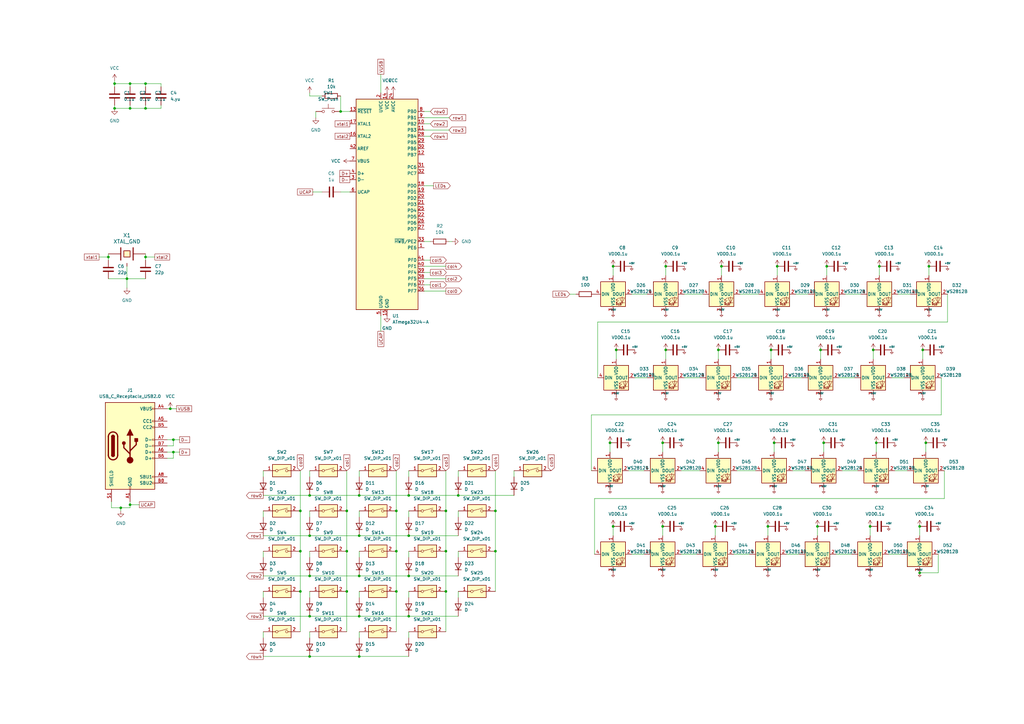
<source format=kicad_sch>
(kicad_sch (version 20230121) (generator eeschema)
  (paper "A3")
  (lib_symbols
    (symbol "Connector:USB_C_Receptacle_USB2.0" (pin_names (offset 1.016))
      (property "Reference" "J" (at -10.16 19.05 0))
      (property "Value" "USB_C_Receptacle_USB2.0" (at 19.05 19.05 0))
      (symbol "USB_C_Receptacle_USB2.0_1_1"
        (pin passive line (at 0 -22.86 90) (length 5.08) (name "GND") (number "A1"))
        (pin passive line (at 0 -22.86 90) (length 5.08) hide (name "GND") (number "A12"))
        (pin passive line (at 15.24 15.24 180) (length 5.08) (name "VBUS") (number "A4"))
        (pin bidirectional line (at 15.24 10.16 180) (length 5.08) (name "CC1") (number "A5"))
        (pin bidirectional line (at 15.24 -2.54 180) (length 5.08) (name "D+") (number "A6"))
        (pin bidirectional line (at 15.24 2.54 180) (length 5.08) (name "D-") (number "A7"))
        (pin bidirectional line (at 15.24 -12.7 180) (length 5.08) (name "SBU1") (number "A8"))
        (pin passive line (at 15.24 15.24 180) (length 5.08) hide (name "VBUS") (number "A9"))
        (pin passive line (at 0 -22.86 90) (length 5.08) hide (name "GND") (number "B1"))
        (pin passive line (at 0 -22.86 90) (length 5.08) hide (name "GND") (number "B12"))
        (pin passive line (at 15.24 15.24 180) (length 5.08) hide (name "VBUS") (number "B4"))
        (pin bidirectional line (at 15.24 7.62 180) (length 5.08) (name "CC2") (number "B5"))
        (pin bidirectional line (at 15.24 -5.08 180) (length 5.08) (name "D+") (number "B6"))
        (pin bidirectional line (at 15.24 0 180) (length 5.08) (name "D-") (number "B7"))
        (pin bidirectional line (at 15.24 -15.24 180) (length 5.08) (name "SBU2") (number "B8"))
        (pin passive line (at 15.24 15.24 180) (length 5.08) hide (name "VBUS") (number "B9"))
        (pin passive line (at -7.62 -22.86 90) (length 5.08) (name "SHIELD") (number "S1"))
      )
    )
    (symbol "Device:C" (pin_numbers hide) (pin_names (offset 0.254))
      (property "Reference" "C" (at 0.635 2.54 0))
      (property "Value" "C" (at 0.635 -2.54 0))
      (symbol "C_1_1"
        (pin passive line (at 0 3.81 270) (length 2.794) (name "~") (number "1"))
        (pin passive line (at 0 -3.81 90) (length 2.794) (name "~") (number "2"))
      )
    )
    (symbol "Device:D" (pin_numbers hide) (pin_names (offset 1.016) hide)
      (property "Reference" "D" (at 0 2.54 0))
      (property "Value" "D" (at 0 -2.54 0))
      (symbol "D_1_1"
        (pin passive line (at -3.81 0 0) (length 2.54) (name "K") (number "1"))
        (pin passive line (at 3.81 0 180) (length 2.54) (name "A") (number "2"))
      )
    )
    (symbol "Device:R" (pin_numbers hide) (pin_names (offset 0))
      (property "Reference" "R" (at 2.032 0 90))
      (property "Value" "R" (at 0 0 90))
      (symbol "R_1_1"
        (pin passive line (at 0 3.81 270) (length 1.27) (name "~") (number "1"))
        (pin passive line (at 0 -3.81 90) (length 1.27) (name "~") (number "2"))
      )
    )
    (symbol "LED:WS2812B" (pin_names (offset 0.254))
      (property "Reference" "D" (at 5.08 5.715 0))
      (property "Value" "WS2812B" (at 1.27 -5.715 0))
      (symbol "WS2812B_0_0"
        (text "RGB" (at 2.286 -4.191 0) (effects (font (size 0.762 0.762))))
      )
      (symbol "WS2812B_1_1"
        (pin power_in line (at 0 7.62 270) (length 2.54) (name "VDD") (number "1"))
        (pin output line (at 7.62 0 180) (length 2.54) (name "DOUT") (number "2"))
        (pin power_in line (at 0 -7.62 90) (length 2.54) (name "VSS") (number "3"))
        (pin input line (at -7.62 0 0) (length 2.54) (name "DIN") (number "4"))
      )
    )
    (symbol "MCU_Microchip_ATmega:ATmega32U4-A"
      (property "Reference" "U" (at -12.7 44.45 0))
      (property "Value" "ATmega32U4-A" (at 2.54 -44.45 0))
      (symbol "ATmega32U4-A_1_1"
        (pin bidirectional line (at 15.24 -17.78 180) (length 2.54) (name "PE6") (number "1"))
        (pin bidirectional line (at 15.24 33.02 180) (length 2.54) (name "PB2") (number "10"))
        (pin bidirectional line (at 15.24 30.48 180) (length 2.54) (name "PB3") (number "11"))
        (pin bidirectional line (at 15.24 20.32 180) (length 2.54) (name "PB7") (number "12"))
        (pin input line (at -15.24 38.1 0) (length 2.54) (name "~{RESET}") (number "13"))
        (pin power_in line (at 0 45.72 270) (length 2.54) (name "VCC") (number "14"))
        (pin power_in line (at 0 -45.72 90) (length 2.54) (name "GND") (number "15"))
        (pin output line (at -15.24 27.94 0) (length 2.54) (name "XTAL2") (number "16"))
        (pin input line (at -15.24 33.02 0) (length 2.54) (name "XTAL1") (number "17"))
        (pin bidirectional line (at 15.24 7.62 180) (length 2.54) (name "PD0") (number "18"))
        (pin bidirectional line (at 15.24 5.08 180) (length 2.54) (name "PD1") (number "19"))
        (pin power_in line (at -2.54 45.72 270) (length 2.54) (name "UVCC") (number "2"))
        (pin bidirectional line (at 15.24 2.54 180) (length 2.54) (name "PD2") (number "20"))
        (pin bidirectional line (at 15.24 0 180) (length 2.54) (name "PD3") (number "21"))
        (pin bidirectional line (at 15.24 -5.08 180) (length 2.54) (name "PD5") (number "22"))
        (pin passive line (at 0 -45.72 90) (length 2.54) hide (name "GND") (number "23"))
        (pin power_in line (at 2.54 45.72 270) (length 2.54) (name "AVCC") (number "24"))
        (pin bidirectional line (at 15.24 -2.54 180) (length 2.54) (name "PD4") (number "25"))
        (pin bidirectional line (at 15.24 -7.62 180) (length 2.54) (name "PD6") (number "26"))
        (pin bidirectional line (at 15.24 -10.16 180) (length 2.54) (name "PD7") (number "27"))
        (pin bidirectional line (at 15.24 27.94 180) (length 2.54) (name "PB4") (number "28"))
        (pin bidirectional line (at 15.24 25.4 180) (length 2.54) (name "PB5") (number "29"))
        (pin bidirectional line (at -15.24 10.16 0) (length 2.54) (name "D-") (number "3"))
        (pin bidirectional line (at 15.24 22.86 180) (length 2.54) (name "PB6") (number "30"))
        (pin bidirectional line (at 15.24 15.24 180) (length 2.54) (name "PC6") (number "31"))
        (pin bidirectional line (at 15.24 12.7 180) (length 2.54) (name "PC7") (number "32"))
        (pin bidirectional line (at 15.24 -15.24 180) (length 2.54) (name "~{HWB}/PE2") (number "33"))
        (pin passive line (at 0 45.72 270) (length 2.54) hide (name "VCC") (number "34"))
        (pin passive line (at 0 -45.72 90) (length 2.54) hide (name "GND") (number "35"))
        (pin bidirectional line (at 15.24 -35.56 180) (length 2.54) (name "PF7") (number "36"))
        (pin bidirectional line (at 15.24 -33.02 180) (length 2.54) (name "PF6") (number "37"))
        (pin bidirectional line (at 15.24 -30.48 180) (length 2.54) (name "PF5") (number "38"))
        (pin bidirectional line (at 15.24 -27.94 180) (length 2.54) (name "PF4") (number "39"))
        (pin bidirectional line (at -15.24 12.7 0) (length 2.54) (name "D+") (number "4"))
        (pin bidirectional line (at 15.24 -25.4 180) (length 2.54) (name "PF1") (number "40"))
        (pin bidirectional line (at 15.24 -22.86 180) (length 2.54) (name "PF0") (number "41"))
        (pin passive line (at -15.24 22.86 0) (length 2.54) (name "AREF") (number "42"))
        (pin passive line (at 0 -45.72 90) (length 2.54) hide (name "GND") (number "43"))
        (pin passive line (at 2.54 45.72 270) (length 2.54) hide (name "AVCC") (number "44"))
        (pin passive line (at -2.54 -45.72 90) (length 2.54) (name "UGND") (number "5"))
        (pin passive line (at -15.24 5.08 0) (length 2.54) (name "UCAP") (number "6"))
        (pin input line (at -15.24 17.78 0) (length 2.54) (name "VBUS") (number "7"))
        (pin bidirectional line (at 15.24 38.1 180) (length 2.54) (name "PB0") (number "8"))
        (pin bidirectional line (at 15.24 35.56 180) (length 2.54) (name "PB1") (number "9"))
      )
    )
    (symbol "Switch:SW_DIP_x01" (pin_names (offset 0) hide)
      (property "Reference" "SW" (at 0 3.81 0))
      (property "Value" "SW_DIP_x01" (at 0 -3.81 0))
      (symbol "SW_DIP_x01_1_1"
        (pin passive line (at -7.62 0 0) (length 5.08) (name "~") (number "1"))
        (pin passive line (at 7.62 0 180) (length 5.08) (name "~") (number "2"))
      )
    )
    (symbol "Switch:SW_Push" (pin_numbers hide) (pin_names (offset 1.016) hide)
      (property "Reference" "SW" (at 1.27 2.54 0))
      (property "Value" "SW_Push" (at 0 -1.524 0))
      (symbol "SW_Push_0_1"
        (pin passive line (at -5.08 0 0) (length 2.54) (name "1") (number "1"))
        (pin passive line (at 5.08 0 180) (length 2.54) (name "2") (number "2"))
      )
    )
    (symbol "keyboard_parts:GND" (power) (pin_names (offset 0))
      (property "Value" "GND" (at 0 -2.54 0))
      (symbol "GND_0_0"
        (pin power_in line (at 0 0 90) (length 0) hide (name "+5V") (number "1"))
      )
    )
    (symbol "keyboard_parts:XTAL_GND" (pin_numbers hide) (pin_names (offset 1.016) hide)
      (property "Reference" "X" (at 0 3.81 0))
      (property "Value" "XTAL_GND" (at 0 -3.81 0))
      (symbol "XTAL_GND_1_1"
        (pin passive line (at -7.62 0 0) (length 5.08) (name "1") (number "1"))
        (pin passive line (at 7.62 0 180) (length 5.08) (name "2") (number "2"))
        (pin passive line (at 0 -5.08 90) (length 1.27) (name "~") (number "3"))
      )
    )
    (symbol "power:GND" (power) (pin_names (offset 0))
      (property "Value" "GND" (at 0 -3.81 0))
      (symbol "GND_1_1"
        (pin power_in line (at 0 0 270) (length 0) hide (name "GND") (number "1"))
      )
    )
    (symbol "power:VCC" (power) (pin_names (offset 0))
      (property "Value" "VCC" (at 0 3.81 0))
      (symbol "VCC_1_1"
        (pin power_in line (at 0 0 90) (length 0) hide (name "VCC") (number "1"))
      )
    )
    (symbol "power:VDD" (power) (pin_names (offset 0))
      (property "Value" "VDD" (at 0 3.81 0))
      (symbol "VDD_1_1"
        (pin power_in line (at 0 0 90) (length 0) hide (name "VDD") (number "1"))
      )
    )
  )
  (junction (at 52.07 114.3))
  (junction (at 182.88 242.57))
  (junction (at 377.19 234.95))
  (junction (at 182.88 226.06))
  (junction (at 379.73 181.61))
  (junction (at 127 203.2))
  (junction (at 147.32 236.22))
  (junction (at 378.46 143.51))
  (junction (at 316.23 143.51))
  (junction (at 356.87 215.9))
  (junction (at 358.14 143.51))
  (junction (at 59.69 105.41))
  (junction (at 142.24 242.57))
  (junction (at 71.12 180.34))
  (junction (at 162.56 226.06))
  (junction (at 251.46 215.9))
  (junction (at 167.64 203.2))
  (junction (at 53.34 34.29))
  (junction (at 294.64 143.51))
  (junction (at 377.19 215.9))
  (junction (at 335.28 215.9))
  (junction (at 127 269.24))
  (junction (at 167.64 219.71))
  (junction (at 273.05 109.22))
  (junction (at 187.96 203.2))
  (junction (at 69.85 167.64))
  (junction (at 123.19 242.57))
  (junction (at 294.64 181.61))
  (junction (at 123.19 226.06))
  (junction (at 336.55 143.51))
  (junction (at 46.99 44.45))
  (junction (at 147.32 269.24))
  (junction (at 59.69 44.45))
  (junction (at 147.32 252.73))
  (junction (at 250.19 181.61))
  (junction (at 318.77 109.22))
  (junction (at 252.73 143.51))
  (junction (at 46.99 34.29))
  (junction (at 142.24 226.06))
  (junction (at 127 252.73))
  (junction (at 337.82 181.61))
  (junction (at 162.56 242.57))
  (junction (at 167.64 236.22))
  (junction (at 360.68 109.22))
  (junction (at 295.91 109.22))
  (junction (at 53.34 44.45))
  (junction (at 49.53 208.28))
  (junction (at 339.09 109.22))
  (junction (at 127 219.71))
  (junction (at 293.37 215.9))
  (junction (at 381 109.22))
  (junction (at 271.78 215.9))
  (junction (at 251.46 109.22))
  (junction (at 203.2 209.55))
  (junction (at 203.2 226.06))
  (junction (at 162.56 209.55))
  (junction (at 359.41 181.61))
  (junction (at 271.78 181.61))
  (junction (at 167.64 252.73))
  (junction (at 182.88 209.55))
  (junction (at 317.5 181.61))
  (junction (at 71.12 185.42))
  (junction (at 142.24 209.55))
  (junction (at 314.96 215.9))
  (junction (at 147.32 203.2))
  (junction (at 44.45 105.41))
  (junction (at 123.19 209.55))
  (junction (at 53.34 207.01))
  (junction (at 127 236.22))
  (junction (at 147.32 219.71))
  (junction (at 59.69 34.29))
  (junction (at 273.05 143.51))
  (junction (at 139.7 45.72))
  (wire (pts (xy 187.96 242.57) (xy 187.96 245.11)))
  (wire (pts (xy 107.95 259.08) (xy 107.95 261.62)))
  (wire (pts (xy 384.81 234.95) (xy 377.19 234.95)))
  (wire (pts (xy 53.34 43.18) (xy 53.34 44.45)))
  (wire (pts (xy 127 242.57) (xy 127 245.11)))
  (wire (pts (xy 384.81 227.33) (xy 384.81 234.95)))
  (wire (pts (xy 167.64 242.57) (xy 167.64 245.11)))
  (wire (pts (xy 71.12 182.88) (xy 71.12 180.34)))
  (wire (pts (xy 360.68 109.22) (xy 360.68 113.03)))
  (wire (pts (xy 123.19 226.06) (xy 123.19 242.57)))
  (wire (pts (xy 139.7 45.72) (xy 143.51 45.72)))
  (wire (pts (xy 167.64 193.04) (xy 167.64 195.58)))
  (wire (pts (xy 147.32 242.57) (xy 147.32 245.11)))
  (wire (pts (xy 127 252.73) (xy 147.32 252.73)))
  (wire (pts (xy 167.64 252.73) (xy 187.96 252.73)))
  (wire (pts (xy 184.15 99.06) (xy 185.42 99.06)))
  (wire (pts (xy 242.57 170.18) (xy 242.57 193.04)))
  (wire (pts (xy 46.99 33.02) (xy 46.99 34.29)))
  (wire (pts (xy 107.95 193.04) (xy 107.95 195.58)))
  (wire (pts (xy 142.24 193.04) (xy 142.24 209.55)))
  (wire (pts (xy 339.09 109.22) (xy 339.09 113.03)))
  (wire (pts (xy 142.24 242.57) (xy 142.24 259.08)))
  (wire (pts (xy 294.64 143.51) (xy 294.64 147.32)))
  (wire (pts (xy 123.19 242.57) (xy 123.19 259.08)))
  (wire (pts (xy 59.69 34.29) (xy 59.69 35.56)))
  (wire (pts (xy 127 203.2) (xy 147.32 203.2)))
  (wire (pts (xy 45.72 208.28) (xy 49.53 208.28)))
  (wire (pts (xy 167.64 203.2) (xy 187.96 203.2)))
  (wire (pts (xy 187.96 203.2) (xy 210.82 203.2)))
  (wire (pts (xy 59.69 44.45) (xy 66.04 44.45)))
  (wire (pts (xy 147.32 236.22) (xy 167.64 236.22)))
  (wire (pts (xy 46.99 44.45) (xy 53.34 44.45)))
  (wire (pts (xy 260.35 154.94) (xy 265.43 154.94)))
  (wire (pts (xy 52.07 109.22) (xy 52.07 114.3)))
  (wire (pts (xy 203.2 226.06) (xy 203.2 242.57)))
  (wire (pts (xy 182.88 209.55) (xy 182.88 226.06)))
  (wire (pts (xy 335.28 215.9) (xy 335.28 219.71)))
  (wire (pts (xy 59.69 105.41) (xy 59.69 106.68)))
  (wire (pts (xy 71.12 180.34) (xy 73.66 180.34)))
  (wire (pts (xy 156.21 30.48) (xy 156.21 38.1)))
  (wire (pts (xy 187.96 226.06) (xy 187.96 228.6)))
  (wire (pts (xy 167.64 236.22) (xy 187.96 236.22)))
  (wire (pts (xy 173.99 106.68) (xy 176.53 106.68)))
  (wire (pts (xy 187.96 209.55) (xy 187.96 212.09)))
  (wire (pts (xy 358.14 143.51) (xy 358.14 147.32)))
  (wire (pts (xy 53.34 205.74) (xy 53.34 207.01)))
  (wire (pts (xy 139.7 78.74) (xy 143.51 78.74)))
  (wire (pts (xy 71.12 185.42) (xy 73.66 185.42)))
  (wire (pts (xy 182.88 193.04) (xy 182.88 209.55)))
  (wire (pts (xy 46.99 43.18) (xy 46.99 44.45)))
  (wire (pts (xy 107.95 252.73) (xy 127 252.73)))
  (wire (pts (xy 147.32 219.71) (xy 167.64 219.71)))
  (wire (pts (xy 147.32 203.2) (xy 167.64 203.2)))
  (wire (pts (xy 173.99 45.72) (xy 176.53 45.72)))
  (wire (pts (xy 346.71 120.65) (xy 353.06 120.65)))
  (wire (pts (xy 167.64 209.55) (xy 167.64 212.09)))
  (wire (pts (xy 139.7 39.37) (xy 139.7 45.72)))
  (wire (pts (xy 59.69 34.29) (xy 66.04 34.29)))
  (wire (pts (xy 386.08 154.94) (xy 386.08 170.18)))
  (wire (pts (xy 147.32 226.06) (xy 147.32 228.6)))
  (wire (pts (xy 318.77 109.22) (xy 318.77 113.03)))
  (wire (pts (xy 300.99 227.33) (xy 307.34 227.33)))
  (wire (pts (xy 173.99 76.2) (xy 177.8 76.2)))
  (wire (pts (xy 147.32 209.55) (xy 147.32 212.09)))
  (wire (pts (xy 128.27 78.74) (xy 132.08 78.74)))
  (wire (pts (xy 293.37 215.9) (xy 293.37 219.71)))
  (wire (pts (xy 68.58 180.34) (xy 71.12 180.34)))
  (wire (pts (xy 378.46 143.51) (xy 378.46 147.32)))
  (wire (pts (xy 336.55 143.51) (xy 336.55 147.32)))
  (wire (pts (xy 251.46 215.9) (xy 251.46 219.71)))
  (wire (pts (xy 66.04 34.29) (xy 66.04 35.56)))
  (wire (pts (xy 167.64 259.08) (xy 167.64 261.62)))
  (wire (pts (xy 271.78 181.61) (xy 271.78 185.42)))
  (wire (pts (xy 49.53 208.28) (xy 53.34 208.28)))
  (wire (pts (xy 46.99 34.29) (xy 53.34 34.29)))
  (wire (pts (xy 242.57 170.18) (xy 386.08 170.18)))
  (wire (pts (xy 167.64 226.06) (xy 167.64 228.6)))
  (wire (pts (xy 49.53 208.28) (xy 49.53 209.55)))
  (wire (pts (xy 359.41 181.61) (xy 359.41 185.42)))
  (wire (pts (xy 295.91 109.22) (xy 295.91 113.03)))
  (wire (pts (xy 250.19 181.61) (xy 250.19 185.42)))
  (wire (pts (xy 127 269.24) (xy 147.32 269.24)))
  (wire (pts (xy 129.54 45.72) (xy 129.54 48.26)))
  (wire (pts (xy 44.45 105.41) (xy 44.45 106.68)))
  (wire (pts (xy 127 259.08) (xy 127 261.62)))
  (wire (pts (xy 45.72 205.74) (xy 45.72 208.28)))
  (wire (pts (xy 127 226.06) (xy 127 228.6)))
  (wire (pts (xy 252.73 143.51) (xy 252.73 147.32)))
  (wire (pts (xy 173.99 99.06) (xy 176.53 99.06)))
  (wire (pts (xy 345.44 193.04) (xy 351.79 193.04)))
  (wire (pts (xy 344.17 154.94) (xy 350.52 154.94)))
  (wire (pts (xy 322.58 227.33) (xy 327.66 227.33)))
  (wire (pts (xy 280.67 154.94) (xy 287.02 154.94)))
  (wire (pts (xy 147.32 269.24) (xy 167.64 269.24)))
  (wire (pts (xy 40.64 105.41) (xy 44.45 105.41)))
  (wire (pts (xy 147.32 252.73) (xy 167.64 252.73)))
  (wire (pts (xy 182.88 242.57) (xy 182.88 259.08)))
  (wire (pts (xy 367.03 193.04) (xy 372.11 193.04)))
  (wire (pts (xy 368.3 120.65) (xy 373.38 120.65)))
  (wire (pts (xy 147.32 259.08) (xy 147.32 261.62)))
  (wire (pts (xy 245.11 132.08) (xy 245.11 154.94)))
  (wire (pts (xy 162.56 226.06) (xy 162.56 242.57)))
  (wire (pts (xy 173.99 53.34) (xy 184.15 53.34)))
  (wire (pts (xy 107.95 219.71) (xy 127 219.71)))
  (wire (pts (xy 127 236.22) (xy 147.32 236.22)))
  (wire (pts (xy 326.39 120.65) (xy 331.47 120.65)))
  (wire (pts (xy 52.07 114.3) (xy 59.69 114.3)))
  (wire (pts (xy 68.58 182.88) (xy 71.12 182.88)))
  (wire (pts (xy 173.99 116.84) (xy 176.53 116.84)))
  (wire (pts (xy 127 193.04) (xy 127 195.58)))
  (wire (pts (xy 173.99 50.8) (xy 176.53 50.8)))
  (wire (pts (xy 68.58 167.64) (xy 69.85 167.64)))
  (wire (pts (xy 377.19 215.9) (xy 377.19 219.71)))
  (wire (pts (xy 387.35 193.04) (xy 387.35 204.47)))
  (wire (pts (xy 388.62 132.08) (xy 245.11 132.08)))
  (wire (pts (xy 317.5 181.61) (xy 317.5 185.42)))
  (wire (pts (xy 273.05 143.51) (xy 273.05 147.32)))
  (wire (pts (xy 162.56 193.04) (xy 162.56 209.55)))
  (wire (pts (xy 243.84 204.47) (xy 243.84 227.33)))
  (wire (pts (xy 59.69 43.18) (xy 59.69 44.45)))
  (wire (pts (xy 203.2 193.04) (xy 203.2 209.55)))
  (wire (pts (xy 387.35 204.47) (xy 243.84 204.47)))
  (wire (pts (xy 156.21 129.54) (xy 156.21 135.89)))
  (wire (pts (xy 302.26 154.94) (xy 308.61 154.94)))
  (wire (pts (xy 107.95 203.2) (xy 127 203.2)))
  (wire (pts (xy 187.96 193.04) (xy 187.96 195.58)))
  (wire (pts (xy 271.78 215.9) (xy 271.78 219.71)))
  (wire (pts (xy 147.32 193.04) (xy 147.32 195.58)))
  (wire (pts (xy 337.82 181.61) (xy 337.82 185.42)))
  (wire (pts (xy 259.08 120.65) (xy 265.43 120.65)))
  (wire (pts (xy 71.12 187.96) (xy 71.12 185.42)))
  (wire (pts (xy 69.85 167.64) (xy 72.39 167.64)))
  (wire (pts (xy 44.45 104.14) (xy 44.45 105.41)))
  (wire (pts (xy 53.34 44.45) (xy 59.69 44.45)))
  (wire (pts (xy 127 209.55) (xy 127 212.09)))
  (wire (pts (xy 142.24 226.06) (xy 142.24 242.57)))
  (wire (pts (xy 173.99 109.22) (xy 182.88 109.22)))
  (wire (pts (xy 316.23 143.51) (xy 316.23 147.32)))
  (wire (pts (xy 52.07 114.3) (xy 52.07 118.11)))
  (wire (pts (xy 257.81 193.04) (xy 264.16 193.04)))
  (wire (pts (xy 364.49 227.33) (xy 369.57 227.33)))
  (wire (pts (xy 68.58 185.42) (xy 71.12 185.42)))
  (wire (pts (xy 173.99 111.76) (xy 176.53 111.76)))
  (wire (pts (xy 107.95 242.57) (xy 107.95 245.11)))
  (wire (pts (xy 210.82 193.04) (xy 210.82 195.58)))
  (wire (pts (xy 66.04 43.18) (xy 66.04 44.45)))
  (wire (pts (xy 273.05 109.22) (xy 273.05 113.03)))
  (wire (pts (xy 381 109.22) (xy 381 113.03)))
  (wire (pts (xy 173.99 48.26) (xy 184.15 48.26)))
  (wire (pts (xy 173.99 114.3) (xy 182.88 114.3)))
  (wire (pts (xy 203.2 209.55) (xy 203.2 226.06)))
  (wire (pts (xy 68.58 187.96) (xy 71.12 187.96)))
  (wire (pts (xy 46.99 34.29) (xy 46.99 35.56)))
  (wire (pts (xy 325.12 193.04) (xy 330.2 193.04)))
  (wire (pts (xy 167.64 219.71) (xy 187.96 219.71)))
  (wire (pts (xy 173.99 55.88) (xy 176.53 55.88)))
  (wire (pts (xy 44.45 114.3) (xy 52.07 114.3)))
  (wire (pts (xy 107.95 236.22) (xy 127 236.22)))
  (wire (pts (xy 127 219.71) (xy 147.32 219.71)))
  (wire (pts (xy 107.95 209.55) (xy 107.95 212.09)))
  (wire (pts (xy 342.9 227.33) (xy 349.25 227.33)))
  (wire (pts (xy 59.69 104.14) (xy 59.69 105.41)))
  (wire (pts (xy 127 39.37) (xy 132.08 39.37)))
  (wire (pts (xy 53.34 207.01) (xy 57.15 207.01)))
  (wire (pts (xy 123.19 193.04) (xy 123.19 209.55)))
  (wire (pts (xy 53.34 207.01) (xy 53.34 208.28)))
  (wire (pts (xy 53.34 34.29) (xy 59.69 34.29)))
  (wire (pts (xy 53.34 34.29) (xy 53.34 35.56)))
  (wire (pts (xy 302.26 193.04) (xy 309.88 193.04)))
  (wire (pts (xy 123.19 209.55) (xy 123.19 226.06)))
  (wire (pts (xy 142.24 209.55) (xy 142.24 226.06)))
  (wire (pts (xy 379.73 181.61) (xy 379.73 185.42)))
  (wire (pts (xy 162.56 209.55) (xy 162.56 226.06)))
  (wire (pts (xy 294.64 181.61) (xy 294.64 185.42)))
  (wire (pts (xy 127 38.1) (xy 127 39.37)))
  (wire (pts (xy 356.87 215.9) (xy 356.87 219.71)))
  (wire (pts (xy 107.95 226.06) (xy 107.95 228.6)))
  (wire (pts (xy 280.67 120.65) (xy 288.29 120.65)))
  (wire (pts (xy 314.96 215.9) (xy 314.96 219.71)))
  (wire (pts (xy 182.88 226.06) (xy 182.88 242.57)))
  (wire (pts (xy 59.69 105.41) (xy 63.5 105.41)))
  (wire (pts (xy 251.46 109.22) (xy 251.46 113.03)))
  (wire (pts (xy 303.53 120.65) (xy 311.15 120.65)))
  (wire (pts (xy 259.08 227.33) (xy 264.16 227.33)))
  (wire (pts (xy 279.4 193.04) (xy 287.02 193.04)))
  (wire (pts (xy 173.99 119.38) (xy 182.88 119.38)))
  (wire (pts (xy 279.4 227.33) (xy 285.75 227.33)))
  (wire (pts (xy 323.85 154.94) (xy 328.93 154.94)))
  (wire (pts (xy 162.56 242.57) (xy 162.56 259.08)))
  (wire (pts (xy 388.62 120.65) (xy 388.62 132.08)))
  (wire (pts (xy 107.95 269.24) (xy 127 269.24)))
  (wire (pts (xy 365.76 154.94) (xy 370.84 154.94)))
  (wire (pts (xy 233.68 120.65) (xy 236.22 120.65)))
  (global_label "D+" (shape passive) (at 73.66 185.42 0) (property "Intersheetrefs" "${INTERSHEET_REFS}" (effects hide)))
  (global_label "col3" (shape input) (at 182.88 193.04 90) (property "Intersheetrefs" "${INTERSHEET_REFS}" (effects hide)))
  (global_label "col0" (shape output) (at 182.88 119.38 0) (property "Intersheetrefs" "${INTERSHEET_REFS}" (effects hide)))
  (global_label "row0" (shape output) (at 107.95 203.2 180) (property "Intersheetrefs" "${INTERSHEET_REFS}" (effects hide)))
  (global_label "xtal1" (shape passive) (at 143.51 50.8 180) (property "Intersheetrefs" "${INTERSHEET_REFS}" (effects hide)))
  (global_label "col4" (shape input) (at 203.2 193.04 90) (property "Intersheetrefs" "${INTERSHEET_REFS}" (effects hide)))
  (global_label "col3" (shape output) (at 176.53 111.76 0) (property "Intersheetrefs" "${INTERSHEET_REFS}" (effects hide)))
  (global_label "D-" (shape passive) (at 73.66 180.34 0) (property "Intersheetrefs" "${INTERSHEET_REFS}" (effects hide)))
  (global_label "row1" (shape output) (at 107.95 219.71 180) (property "Intersheetrefs" "${INTERSHEET_REFS}" (effects hide)))
  (global_label "col5" (shape input) (at 226.06 193.04 90) (property "Intersheetrefs" "${INTERSHEET_REFS}" (effects hide)))
  (global_label "xtal1" (shape passive) (at 40.64 105.41 180) (property "Intersheetrefs" "${INTERSHEET_REFS}" (effects hide)))
  (global_label "UCAP" (shape passive) (at 57.15 207.01 0) (property "Intersheetrefs" "${INTERSHEET_REFS}" (effects hide)))
  (global_label "VUSB" (shape passive) (at 156.21 30.48 90) (property "Intersheetrefs" "${INTERSHEET_REFS}" (effects hide)))
  (global_label "LEDs" (shape output) (at 177.8 76.2 0) (property "Intersheetrefs" "${INTERSHEET_REFS}" (effects hide)))
  (global_label "xtal2" (shape passive) (at 143.51 55.88 180) (property "Intersheetrefs" "${INTERSHEET_REFS}" (effects hide)))
  (global_label "row3" (shape output) (at 107.95 252.73 180) (property "Intersheetrefs" "${INTERSHEET_REFS}" (effects hide)))
  (global_label "D+" (shape passive) (at 143.51 71.12 180) (property "Intersheetrefs" "${INTERSHEET_REFS}" (effects hide)))
  (global_label "row4" (shape input) (at 176.53 55.88 0) (property "Intersheetrefs" "${INTERSHEET_REFS}" (effects hide)))
  (global_label "row1" (shape input) (at 184.15 48.26 0) (property "Intersheetrefs" "${INTERSHEET_REFS}" (effects hide)))
  (global_label "col1" (shape input) (at 142.24 193.04 90) (property "Intersheetrefs" "${INTERSHEET_REFS}" (effects hide)))
  (global_label "col0" (shape input) (at 123.19 193.04 90) (property "Intersheetrefs" "${INTERSHEET_REFS}" (effects hide)))
  (global_label "row4" (shape output) (at 107.95 269.24 180) (property "Intersheetrefs" "${INTERSHEET_REFS}" (effects hide)))
  (global_label "col5" (shape output) (at 176.53 106.68 0) (property "Intersheetrefs" "${INTERSHEET_REFS}" (effects hide)))
  (global_label "col2" (shape input) (at 162.56 193.04 90) (property "Intersheetrefs" "${INTERSHEET_REFS}" (effects hide)))
  (global_label "UCAP" (shape passive) (at 156.21 135.89 270) (property "Intersheetrefs" "${INTERSHEET_REFS}" (effects hide)))
  (global_label "LEDs" (shape input) (at 233.68 120.65 180) (property "Intersheetrefs" "${INTERSHEET_REFS}" (effects hide)))
  (global_label "row2" (shape output) (at 107.95 236.22 180) (property "Intersheetrefs" "${INTERSHEET_REFS}" (effects hide)))
  (global_label "VUSB" (shape passive) (at 72.39 167.64 0) (property "Intersheetrefs" "${INTERSHEET_REFS}" (effects hide)))
  (global_label "UCAP" (shape passive) (at 128.27 78.74 180) (property "Intersheetrefs" "${INTERSHEET_REFS}" (effects hide)))
  (global_label "row0" (shape input) (at 176.53 45.72 0) (property "Intersheetrefs" "${INTERSHEET_REFS}" (effects hide)))
  (global_label "row3" (shape input) (at 184.15 53.34 0) (property "Intersheetrefs" "${INTERSHEET_REFS}" (effects hide)))
  (global_label "col4" (shape output) (at 182.88 109.22 0) (property "Intersheetrefs" "${INTERSHEET_REFS}" (effects hide)))
  (global_label "D-" (shape passive) (at 143.51 73.66 180) (property "Intersheetrefs" "${INTERSHEET_REFS}" (effects hide)))
  (global_label "col2" (shape output) (at 182.88 114.3 0) (property "Intersheetrefs" "${INTERSHEET_REFS}" (effects hide)))
  (global_label "row2" (shape input) (at 176.53 50.8 0) (property "Intersheetrefs" "${INTERSHEET_REFS}" (effects hide)))
  (global_label "xtal2" (shape passive) (at 63.5 105.41 0) (property "Intersheetrefs" "${INTERSHEET_REFS}" (effects hide)))
  (global_label "col1" (shape output) (at 176.53 116.84 0) (property "Intersheetrefs" "${INTERSHEET_REFS}" (effects hide)))
  (symbol (lib_id "Device:D") (at 167.64 265.43 90) (unit 1)
    (property "Reference" "D20" (at 170.18 264.16 90) (effects (justify right)))
    (property "Value" "D" (at 170.18 266.7 90) (effects (justify right)))
    (property "Footprint" "Diode_SMD:D_SOD-123" (effects hide))
    (property "Sim.Device" "D" (effects hide))
    (property "Sim.Pins" "1=K 2=A" (effects hide))
  )
  (symbol (lib_id "keyboard_parts:GND") (at 377.19 234.95 0) (unit 1)
    (property "Reference" "#PWR092" (effects hide))
    (property "Value" "GND" (at 377.19 233.68 0) (effects (font (size 0.762 0.762))))
  )
  (symbol (lib_id "Device:C") (at 341.63 181.61 90) (unit 1)
    (property "Reference" "C31" (at 341.63 173.99 90))
    (property "Value" "0.1u" (at 341.63 176.53 90))
    (property "Footprint" "Capacitor_SMD:C_0603_1608Metric_Pad1.08x0.95mm_HandSolder" (effects hide))
  )
  (symbol (lib_id "Device:C") (at 321.31 181.61 90) (unit 1)
    (property "Reference" "C29" (at 321.31 173.99 90))
    (property "Value" "0.1u" (at 321.31 176.53 90))
    (property "Footprint" "Capacitor_SMD:C_0603_1608Metric_Pad1.08x0.95mm_HandSolder" (effects hide))
  )
  (symbol (lib_id "Device:C") (at 46.99 39.37 0) (unit 1)
    (property "Reference" "C1" (at 50.8 38.1 0) (effects (justify left)))
    (property "Value" "0.1u" (at 50.8 40.64 0) (effects (justify left)))
    (property "Footprint" "Capacitor_SMD:C_0603_1608Metric_Pad1.08x0.95mm_HandSolder" (effects hide))
  )
  (symbol (lib_id "Device:C") (at 383.54 181.61 90) (unit 1)
    (property "Reference" "C35" (at 383.54 173.99 90))
    (property "Value" "0.1u" (at 383.54 176.53 90))
    (property "Footprint" "Capacitor_SMD:C_0603_1608Metric_Pad1.08x0.95mm_HandSolder" (effects hide))
  )
  (symbol (lib_id "LED:WS2812B") (at 316.23 154.94 0) (unit 1)
    (property "Reference" "D36" (at 327.66 151.2921 0))
    (property "Value" "WS2812B" (at 327.66 153.8321 0))
    (property "Footprint" "LED_SMD:LED_WS2812B_PLCC4_5.0x5.0mm_P3.2mm" (effects hide))
    (property "Datasheet" "https://cdn-shop.adafruit.com/datasheets/WS2812B.pdf" (effects hide))
  )
  (symbol (lib_id "keyboard_parts:GND") (at 335.28 234.95 0) (unit 1)
    (property "Reference" "#PWR080" (effects hide))
    (property "Value" "GND" (at 335.28 233.68 0) (effects (font (size 0.762 0.762))))
  )
  (symbol (lib_id "power:VDD") (at 273.05 109.22 0) (unit 1)
    (property "Reference" "#PWR016" (effects hide))
    (property "Value" "VDD" (at 273.05 104.14 0))
  )
  (symbol (lib_id "Device:D") (at 127 232.41 90) (unit 1)
    (property "Reference" "D8" (at 129.54 231.14 90) (effects (justify right)))
    (property "Value" "D" (at 129.54 233.68 90) (effects (justify right)))
    (property "Footprint" "Diode_SMD:D_SOD-123" (effects hide))
    (property "Sim.Device" "D" (effects hide))
    (property "Sim.Pins" "1=K 2=A" (effects hide))
  )
  (symbol (lib_id "power:VDD") (at 378.46 143.51 0) (unit 1)
    (property "Reference" "#PWR052" (effects hide))
    (property "Value" "VDD" (at 378.46 138.43 0))
  )
  (symbol (lib_id "Device:C") (at 320.04 143.51 90) (unit 1)
    (property "Reference" "C18" (at 320.04 135.89 90))
    (property "Value" "0.1u" (at 320.04 138.43 90))
    (property "Footprint" "Capacitor_SMD:C_0603_1608Metric_Pad1.08x0.95mm_HandSolder" (effects hide))
  )
  (symbol (lib_id "Device:C") (at 297.18 215.9 90) (unit 1)
    (property "Reference" "C26" (at 297.18 208.28 90))
    (property "Value" "0.1u" (at 297.18 210.82 90))
    (property "Footprint" "Capacitor_SMD:C_0603_1608Metric_Pad1.08x0.95mm_HandSolder" (effects hide))
  )
  (symbol (lib_id "LED:WS2812B") (at 377.19 227.33 0) (unit 1)
    (property "Reference" "D52" (at 388.62 223.6821 0))
    (property "Value" "WS2812B" (at 388.62 226.2221 0))
    (property "Footprint" "LED_SMD:LED_WS2812B_PLCC4_5.0x5.0mm_P3.2mm" (effects hide))
    (property "Datasheet" "https://cdn-shop.adafruit.com/datasheets/WS2812B.pdf" (effects hide))
  )
  (symbol (lib_id "Device:D") (at 147.32 248.92 90) (unit 1)
    (property "Reference" "D14" (at 149.86 247.65 90) (effects (justify right)))
    (property "Value" "D" (at 149.86 250.19 90) (effects (justify right)))
    (property "Footprint" "Diode_SMD:D_SOD-123" (effects hide))
    (property "Sim.Device" "D" (effects hide))
    (property "Sim.Pins" "1=K 2=A" (effects hide))
  )
  (symbol (lib_id "Connector:USB_C_Receptacle_USB2.0") (at 53.34 182.88 0) (unit 1)
    (property "Reference" "J1" (at 53.34 160.02 0))
    (property "Value" "USB_C_Receptacle_USB2.0" (at 53.34 162.56 0))
    (property "Footprint" "Connector_USB:USB_C_Receptacle_GCT_USB4105-xx-A_16P_TopMnt_Horizontal" (effects hide))
    (property "Datasheet" "https://www.usb.org/sites/default/files/documents/usb_type-c.zip" (effects hide))
  )
  (symbol (lib_id "Switch:SW_DIP_x01") (at 134.62 226.06 0) (unit 1)
    (property "Reference" "SW9" (at 134.62 218.44 0))
    (property "Value" "SW_DIP_x01" (at 134.62 220.98 0))
    (property "Footprint" "Button_Switch_Keyboard:SW_Cherry_MX_1.00u_Plate" (effects hide))
  )
  (symbol (lib_id "Device:D") (at 187.96 199.39 90) (unit 1)
    (property "Reference" "D21" (at 190.5 198.12 90) (effects (justify right)))
    (property "Value" "D" (at 190.5 200.66 90) (effects (justify right)))
    (property "Footprint" "Diode_SMD:D_SOD-123" (effects hide))
    (property "Sim.Device" "D" (effects hide))
    (property "Sim.Pins" "1=K 2=A" (effects hide))
  )
  (symbol (lib_id "LED:WS2812B") (at 356.87 227.33 0) (unit 1)
    (property "Reference" "D50" (at 368.3 223.6821 0))
    (property "Value" "WS2812B" (at 368.3 226.2221 0))
    (property "Footprint" "LED_SMD:LED_WS2812B_PLCC4_5.0x5.0mm_P3.2mm" (effects hide))
    (property "Datasheet" "https://cdn-shop.adafruit.com/datasheets/WS2812B.pdf" (effects hide))
  )
  (symbol (lib_id "Device:D") (at 167.64 215.9 90) (unit 1)
    (property "Reference" "D17" (at 170.18 214.63 90) (effects (justify right)))
    (property "Value" "D" (at 170.18 217.17 90) (effects (justify right)))
    (property "Footprint" "Diode_SMD:D_SOD-123" (effects hide))
    (property "Sim.Device" "D" (effects hide))
    (property "Sim.Pins" "1=K 2=A" (effects hide))
  )
  (symbol (lib_id "LED:WS2812B") (at 251.46 227.33 0) (unit 1)
    (property "Reference" "D41" (at 262.89 223.6821 0))
    (property "Value" "WS2812B" (at 262.89 226.2221 0))
    (property "Footprint" "LED_SMD:LED_WS2812B_PLCC4_5.0x5.0mm_P3.2mm" (effects hide))
    (property "Datasheet" "https://cdn-shop.adafruit.com/datasheets/WS2812B.pdf" (effects hide))
  )
  (symbol (lib_id "Device:C") (at 53.34 39.37 0) (unit 1)
    (property "Reference" "C2" (at 57.15 38.1 0) (effects (justify left)))
    (property "Value" "0.1u" (at 57.15 40.64 0) (effects (justify left)))
    (property "Footprint" "Capacitor_SMD:C_0603_1608Metric_Pad1.08x0.95mm_HandSolder" (effects hide))
  )
  (symbol (lib_id "Device:C") (at 363.22 181.61 90) (unit 1)
    (property "Reference" "C33" (at 363.22 173.99 90))
    (property "Value" "0.1u" (at 363.22 176.53 90))
    (property "Footprint" "Capacitor_SMD:C_0603_1608Metric_Pad1.08x0.95mm_HandSolder" (effects hide))
  )
  (symbol (lib_id "keyboard_parts:GND") (at 387.35 181.61 0) (unit 1)
    (property "Reference" "#PWR096" (effects hide))
    (property "Value" "GND" (at 387.35 180.34 0) (effects (font (size 0.762 0.762))))
  )
  (symbol (lib_id "Device:R") (at 180.34 99.06 90) (unit 1)
    (property "Reference" "R2" (at 180.34 92.71 90))
    (property "Value" "10k" (at 180.34 95.25 90))
    (property "Footprint" "Resistor_SMD:R_0603_1608Metric_Pad0.98x0.95mm_HandSolder" (effects hide))
  )
  (symbol (lib_id "keyboard_parts:GND") (at 379.73 200.66 0) (unit 1)
    (property "Reference" "#PWR094" (effects hide))
    (property "Value" "GND" (at 379.73 199.39 0) (effects (font (size 0.762 0.762))))
  )
  (symbol (lib_id "keyboard_parts:GND") (at 326.39 109.22 0) (unit 1)
    (property "Reference" "#PWR024" (effects hide))
    (property "Value" "GND" (at 326.39 107.95 0) (effects (font (size 0.762 0.762))))
  )
  (symbol (lib_id "keyboard_parts:GND") (at 364.49 215.9 0) (unit 1)
    (property "Reference" "#PWR089" (effects hide))
    (property "Value" "GND" (at 364.49 214.63 0) (effects (font (size 0.762 0.762))))
  )
  (symbol (lib_id "keyboard_parts:GND") (at 280.67 143.51 0) (unit 1)
    (property "Reference" "#PWR039" (effects hide))
    (property "Value" "GND" (at 280.67 142.24 0) (effects (font (size 0.762 0.762))))
  )
  (symbol (lib_id "Device:D") (at 187.96 232.41 90) (unit 1)
    (property "Reference" "D23" (at 190.5 231.14 90) (effects (justify right)))
    (property "Value" "D" (at 190.5 233.68 90) (effects (justify right)))
    (property "Footprint" "Diode_SMD:D_SOD-123" (effects hide))
    (property "Sim.Device" "D" (effects hide))
    (property "Sim.Pins" "1=K 2=A" (effects hide))
  )
  (symbol (lib_id "LED:WS2812B") (at 318.77 120.65 0) (unit 1)
    (property "Reference" "D29" (at 330.2 117.0021 0))
    (property "Value" "WS2812B" (at 330.2 119.5421 0))
    (property "Footprint" "LED_SMD:LED_WS2812B_PLCC4_5.0x5.0mm_P3.2mm" (effects hide))
    (property "Datasheet" "https://cdn-shop.adafruit.com/datasheets/WS2812B.pdf" (effects hide))
  )
  (symbol (lib_id "keyboard_parts:GND") (at 279.4 215.9 0) (unit 1)
    (property "Reference" "#PWR066" (effects hide))
    (property "Value" "GND" (at 279.4 214.63 0) (effects (font (size 0.762 0.762))))
  )
  (symbol (lib_id "Device:D") (at 107.95 265.43 90) (unit 1)
    (property "Reference" "D5" (at 110.49 264.16 90) (effects (justify right)))
    (property "Value" "D" (at 110.49 266.7 90) (effects (justify right)))
    (property "Footprint" "Diode_SMD:D_SOD-123" (effects hide))
    (property "Sim.Device" "D" (effects hide))
    (property "Sim.Pins" "1=K 2=A" (effects hide))
  )
  (symbol (lib_id "keyboard_parts:GND") (at 259.08 215.9 0) (unit 1)
    (property "Reference" "#PWR060" (effects hide))
    (property "Value" "GND" (at 259.08 214.63 0) (effects (font (size 0.762 0.762))))
  )
  (symbol (lib_id "Switch:SW_DIP_x01") (at 195.58 226.06 0) (unit 1)
    (property "Reference" "SW24" (at 195.58 218.44 0))
    (property "Value" "SW_DIP_x01" (at 195.58 220.98 0))
    (property "Footprint" "Button_Switch_Keyboard:SW_Cherry_MX_1.00u_Plate" (effects hide))
  )
  (symbol (lib_id "keyboard_parts:GND") (at 271.78 234.95 0) (unit 1)
    (property "Reference" "#PWR064" (effects hide))
    (property "Value" "GND" (at 271.78 233.68 0) (effects (font (size 0.762 0.762))))
  )
  (symbol (lib_id "LED:WS2812B") (at 360.68 120.65 0) (unit 1)
    (property "Reference" "D31" (at 372.11 117.0021 0))
    (property "Value" "WS2812B" (at 372.11 119.5421 0))
    (property "Footprint" "LED_SMD:LED_WS2812B_PLCC4_5.0x5.0mm_P3.2mm" (effects hide))
    (property "Datasheet" "https://cdn-shop.adafruit.com/datasheets/WS2812B.pdf" (effects hide))
  )
  (symbol (lib_id "Device:D") (at 107.95 232.41 90) (unit 1)
    (property "Reference" "D3" (at 110.49 231.14 90) (effects (justify right)))
    (property "Value" "D" (at 110.49 233.68 90) (effects (justify right)))
    (property "Footprint" "Diode_SMD:D_SOD-123" (effects hide))
    (property "Sim.Device" "D" (effects hide))
    (property "Sim.Pins" "1=K 2=A" (effects hide))
  )
  (symbol (lib_id "power:GND") (at 129.54 48.26 0) (unit 1)
    (property "Reference" "#PWR06" (effects hide))
    (property "Value" "GND" (at 129.54 53.34 0))
  )
  (symbol (lib_id "keyboard_parts:GND") (at 356.87 234.95 0) (unit 1)
    (property "Reference" "#PWR086" (effects hide))
    (property "Value" "GND" (at 356.87 233.68 0) (effects (font (size 0.762 0.762))))
  )
  (symbol (lib_id "Device:D") (at 107.95 248.92 90) (unit 1)
    (property "Reference" "D4" (at 110.49 247.65 90) (effects (justify right)))
    (property "Value" "D" (at 110.49 250.19 90) (effects (justify right)))
    (property "Footprint" "Diode_SMD:D_SOD-123" (effects hide))
    (property "Sim.Device" "D" (effects hide))
    (property "Sim.Pins" "1=K 2=A" (effects hide))
  )
  (symbol (lib_id "LED:WS2812B") (at 335.28 227.33 0) (unit 1)
    (property "Reference" "D48" (at 346.71 223.6821 0))
    (property "Value" "WS2812B" (at 346.71 226.2221 0))
    (property "Footprint" "LED_SMD:LED_WS2812B_PLCC4_5.0x5.0mm_P3.2mm" (effects hide))
    (property "Datasheet" "https://cdn-shop.adafruit.com/datasheets/WS2812B.pdf" (effects hide))
  )
  (symbol (lib_id "LED:WS2812B") (at 294.64 154.94 0) (unit 1)
    (property "Reference" "D35" (at 306.07 151.2921 0))
    (property "Value" "WS2812B" (at 306.07 153.8321 0))
    (property "Footprint" "LED_SMD:LED_WS2812B_PLCC4_5.0x5.0mm_P3.2mm" (effects hide))
    (property "Datasheet" "https://cdn-shop.adafruit.com/datasheets/WS2812B.pdf" (effects hide))
  )
  (symbol (lib_id "LED:WS2812B") (at 273.05 154.94 0) (unit 1)
    (property "Reference" "D34" (at 284.48 151.2921 0))
    (property "Value" "WS2812B" (at 284.48 153.8321 0))
    (property "Footprint" "LED_SMD:LED_WS2812B_PLCC4_5.0x5.0mm_P3.2mm" (effects hide))
    (property "Datasheet" "https://cdn-shop.adafruit.com/datasheets/WS2812B.pdf" (effects hide))
  )
  (symbol (lib_id "Device:D") (at 167.64 248.92 90) (unit 1)
    (property "Reference" "D19" (at 170.18 247.65 90) (effects (justify right)))
    (property "Value" "D" (at 170.18 250.19 90) (effects (justify right)))
    (property "Footprint" "Diode_SMD:D_SOD-123" (effects hide))
    (property "Sim.Device" "D" (effects hide))
    (property "Sim.Pins" "1=K 2=A" (effects hide))
  )
  (symbol (lib_id "Device:D") (at 127 248.92 90) (unit 1)
    (property "Reference" "D9" (at 129.54 247.65 90) (effects (justify right)))
    (property "Value" "D" (at 129.54 250.19 90) (effects (justify right)))
    (property "Footprint" "Diode_SMD:D_SOD-123" (effects hide))
    (property "Sim.Device" "D" (effects hide))
    (property "Sim.Pins" "1=K 2=A" (effects hide))
  )
  (symbol (lib_id "LED:WS2812B") (at 358.14 154.94 0) (unit 1)
    (property "Reference" "D38" (at 369.57 151.2921 0))
    (property "Value" "WS2812B" (at 369.57 153.8321 0))
    (property "Footprint" "LED_SMD:LED_WS2812B_PLCC4_5.0x5.0mm_P3.2mm" (effects hide))
    (property "Datasheet" "https://cdn-shop.adafruit.com/datasheets/WS2812B.pdf" (effects hide))
  )
  (symbol (lib_id "Device:C") (at 360.68 215.9 90) (unit 1)
    (property "Reference" "C32" (at 360.68 208.28 90))
    (property "Value" "0.1u" (at 360.68 210.82 90))
    (property "Footprint" "Capacitor_SMD:C_0603_1608Metric_Pad1.08x0.95mm_HandSolder" (effects hide))
  )
  (symbol (lib_id "keyboard_parts:GND") (at 271.78 200.66 0) (unit 1)
    (property "Reference" "#PWR062" (effects hide))
    (property "Value" "GND" (at 271.78 199.39 0) (effects (font (size 0.762 0.762))))
  )
  (symbol (lib_id "power:VDD") (at 318.77 109.22 0) (unit 1)
    (property "Reference" "#PWR022" (effects hide))
    (property "Value" "VDD" (at 318.77 104.14 0))
  )
  (symbol (lib_id "Switch:SW_DIP_x01") (at 218.44 193.04 0) (unit 1)
    (property "Reference" "SW26" (at 218.44 185.42 0))
    (property "Value" "SW_DIP_x01" (at 218.44 187.96 0))
    (property "Footprint" "Button_Switch_Keyboard:SW_Cherry_MX_1.00u_Plate" (effects hide))
  )
  (symbol (lib_id "power:VDD") (at 251.46 215.9 0) (unit 1)
    (property "Reference" "#PWR057" (effects hide))
    (property "Value" "VDD" (at 251.46 210.82 0))
  )
  (symbol (lib_id "Device:D") (at 107.95 199.39 90) (unit 1)
    (property "Reference" "D1" (at 110.49 198.12 90) (effects (justify right)))
    (property "Value" "D" (at 110.49 200.66 90) (effects (justify right)))
    (property "Footprint" "Diode_SMD:D_SOD-123" (effects hide))
    (property "Sim.Device" "D" (effects hide))
    (property "Sim.Pins" "1=K 2=A" (effects hide))
  )
  (symbol (lib_id "power:VCC") (at 69.85 167.64 0) (unit 1)
    (property "Reference" "#PWR04" (effects hide))
    (property "Value" "VCC" (at 69.85 162.56 0))
  )
  (symbol (lib_id "Device:C") (at 59.69 39.37 0) (unit 1)
    (property "Reference" "C3" (at 63.5 38.1 0) (effects (justify left)))
    (property "Value" "0.1u" (at 63.5 40.64 0) (effects (justify left)))
    (property "Footprint" "Capacitor_SMD:C_0603_1608Metric_Pad1.08x0.95mm_HandSolder" (effects hide))
  )
  (symbol (lib_id "Switch:SW_DIP_x01") (at 195.58 242.57 0) (unit 1)
    (property "Reference" "SW25" (at 195.58 234.95 0))
    (property "Value" "SW_DIP_x01" (at 195.58 237.49 0))
    (property "Footprint" "Button_Switch_Keyboard:SW_Cherry_MX_1.00u_Plate" (effects hide))
  )
  (symbol (lib_id "keyboard_parts:GND") (at 381 128.27 0) (unit 1)
    (property "Reference" "#PWR032" (effects hide))
    (property "Value" "GND" (at 381 127 0) (effects (font (size 0.762 0.762))))
  )
  (symbol (lib_id "Device:R") (at 135.89 39.37 90) (unit 1)
    (property "Reference" "R1" (at 135.89 33.02 90))
    (property "Value" "10k" (at 135.89 35.56 90))
    (property "Footprint" "Resistor_SMD:R_0603_1608Metric_Pad0.98x0.95mm_HandSolder" (effects hide))
  )
  (symbol (lib_id "Device:D") (at 210.82 199.39 90) (unit 1)
    (property "Reference" "D25" (at 213.36 198.12 90) (effects (justify right)))
    (property "Value" "D" (at 213.36 200.66 90) (effects (justify right)))
    (property "Footprint" "Diode_SMD:D_SOD-123" (effects hide))
    (property "Sim.Device" "D" (effects hide))
    (property "Sim.Pins" "1=K 2=A" (effects hide))
  )
  (symbol (lib_id "Device:C") (at 135.89 78.74 90) (unit 1)
    (property "Reference" "C5" (at 135.89 71.12 90))
    (property "Value" "1u" (at 135.89 73.66 90))
    (property "Footprint" "Capacitor_SMD:C_0603_1608Metric_Pad1.08x0.95mm_HandSolder" (effects hide))
  )
  (symbol (lib_id "Device:C") (at 364.49 109.22 90) (unit 1)
    (property "Reference" "C13" (at 364.49 101.6 90))
    (property "Value" "0.1u" (at 364.49 104.14 90))
    (property "Footprint" "Capacitor_SMD:C_0603_1608Metric_Pad1.08x0.95mm_HandSolder" (effects hide))
  )
  (symbol (lib_id "Switch:SW_DIP_x01") (at 175.26 209.55 0) (unit 1)
    (property "Reference" "SW18" (at 175.26 201.93 0))
    (property "Value" "SW_DIP_x01" (at 175.26 204.47 0))
    (property "Footprint" "Button_Switch_Keyboard:SW_Cherry_MX_1.00u_Plate" (effects hide))
  )
  (symbol (lib_id "keyboard_parts:GND") (at 368.3 109.22 0) (unit 1)
    (property "Reference" "#PWR030" (effects hide))
    (property "Value" "GND" (at 368.3 107.95 0) (effects (font (size 0.762 0.762))))
  )
  (symbol (lib_id "LED:WS2812B") (at 317.5 193.04 0) (unit 1)
    (property "Reference" "D47" (at 328.93 189.3921 0))
    (property "Value" "WS2812B" (at 328.93 191.9321 0))
    (property "Footprint" "LED_SMD:LED_WS2812B_PLCC4_5.0x5.0mm_P3.2mm" (effects hide))
    (property "Datasheet" "https://cdn-shop.adafruit.com/datasheets/WS2812B.pdf" (effects hide))
  )
  (symbol (lib_id "Switch:SW_DIP_x01") (at 154.94 242.57 0) (unit 1)
    (property "Reference" "SW15" (at 154.94 234.95 0))
    (property "Value" "SW_DIP_x01" (at 154.94 237.49 0))
    (property "Footprint" "Button_Switch_Keyboard:SW_Cherry_MX_1.00u_Plate" (effects hide))
  )
  (symbol (lib_id "Switch:SW_DIP_x01") (at 154.94 226.06 0) (unit 1)
    (property "Reference" "SW14" (at 154.94 218.44 0))
    (property "Value" "SW_DIP_x01" (at 154.94 220.98 0))
    (property "Footprint" "Button_Switch_Keyboard:SW_Cherry_MX_1.00u_Plate" (effects hide))
  )
  (symbol (lib_id "keyboard_parts:GND") (at 279.4 181.61 0) (unit 1)
    (property "Reference" "#PWR065" (effects hide))
    (property "Value" "GND" (at 279.4 180.34 0) (effects (font (size 0.762 0.762))))
  )
  (symbol (lib_id "LED:WS2812B") (at 294.64 193.04 0) (unit 1)
    (property "Reference" "D45" (at 306.07 189.3921 0))
    (property "Value" "WS2812B" (at 306.07 191.9321 0))
    (property "Footprint" "LED_SMD:LED_WS2812B_PLCC4_5.0x5.0mm_P3.2mm" (effects hide))
    (property "Datasheet" "https://cdn-shop.adafruit.com/datasheets/WS2812B.pdf" (effects hide))
  )
  (symbol (lib_id "keyboard_parts:GND") (at 358.14 162.56 0) (unit 1)
    (property "Reference" "#PWR050" (effects hide))
    (property "Value" "GND" (at 358.14 161.29 0) (effects (font (size 0.762 0.762))))
  )
  (symbol (lib_id "Device:R") (at 240.03 120.65 90) (unit 1)
    (property "Reference" "R3" (at 240.03 114.3 90))
    (property "Value" "100" (at 240.03 116.84 90))
    (property "Footprint" "Resistor_SMD:R_0603_1608Metric_Pad0.98x0.95mm_HandSolder" (effects hide))
  )
  (symbol (lib_id "keyboard_parts:GND") (at 251.46 128.27 0) (unit 1)
    (property "Reference" "#PWR015" (effects hide))
    (property "Value" "GND" (at 251.46 127 0) (effects (font (size 0.762 0.762))))
  )
  (symbol (lib_id "power:VDD") (at 294.64 181.61 0) (unit 1)
    (property "Reference" "#PWR069" (effects hide))
    (property "Value" "VDD" (at 294.64 176.53 0))
  )
  (symbol (lib_id "keyboard_parts:GND") (at 386.08 143.51 0) (unit 1)
    (property "Reference" "#PWR054" (effects hide))
    (property "Value" "GND" (at 386.08 142.24 0) (effects (font (size 0.762 0.762))))
  )
  (symbol (lib_id "power:VDD") (at 293.37 215.9 0) (unit 1)
    (property "Reference" "#PWR067" (effects hide))
    (property "Value" "VDD" (at 293.37 210.82 0))
  )
  (symbol (lib_id "keyboard_parts:GND") (at 344.17 143.51 0) (unit 1)
    (property "Reference" "#PWR048" (effects hide))
    (property "Value" "GND" (at 344.17 142.24 0) (effects (font (size 0.762 0.762))))
  )
  (symbol (lib_id "LED:WS2812B") (at 381 120.65 0) (unit 1)
    (property "Reference" "D32" (at 392.43 117.0021 0))
    (property "Value" "WS2812B" (at 392.43 119.5421 0))
    (property "Footprint" "LED_SMD:LED_WS2812B_PLCC4_5.0x5.0mm_P3.2mm" (effects hide))
    (property "Datasheet" "https://cdn-shop.adafruit.com/datasheets/WS2812B.pdf" (effects hide))
  )
  (symbol (lib_id "power:VDD") (at 273.05 143.51 0) (unit 1)
    (property "Reference" "#PWR037" (effects hide))
    (property "Value" "VDD" (at 273.05 138.43 0))
  )
  (symbol (lib_id "power:VDD") (at 335.28 215.9 0) (unit 1)
    (property "Reference" "#PWR079" (effects hide))
    (property "Value" "VDD" (at 335.28 210.82 0))
  )
  (symbol (lib_id "Device:C") (at 342.9 109.22 90) (unit 1)
    (property "Reference" "C12" (at 342.9 101.6 90))
    (property "Value" "0.1u" (at 342.9 104.14 90))
    (property "Footprint" "Capacitor_SMD:C_0603_1608Metric_Pad1.08x0.95mm_HandSolder" (effects hide))
  )
  (symbol (lib_id "power:VDD") (at 356.87 215.9 0) (unit 1)
    (property "Reference" "#PWR085" (effects hide))
    (property "Value" "VDD" (at 356.87 210.82 0))
  )
  (symbol (lib_id "Device:C") (at 66.04 39.37 0) (unit 1)
    (property "Reference" "C4" (at 69.85 38.1 0) (effects (justify left)))
    (property "Value" "4.yu" (at 69.85 40.64 0) (effects (justify left)))
    (property "Footprint" "Capacitor_SMD:C_0603_1608Metric_Pad1.08x0.95mm_HandSolder" (effects hide))
  )
  (symbol (lib_id "power:VDD") (at 381 109.22 0) (unit 1)
    (property "Reference" "#PWR031" (effects hide))
    (property "Value" "VDD" (at 381 104.14 0))
  )
  (symbol (lib_id "keyboard_parts:GND") (at 302.26 143.51 0) (unit 1)
    (property "Reference" "#PWR042" (effects hide))
    (property "Value" "GND" (at 302.26 142.24 0) (effects (font (size 0.762 0.762))))
  )
  (symbol (lib_id "Switch:SW_DIP_x01") (at 154.94 209.55 0) (unit 1)
    (property "Reference" "SW13" (at 154.94 201.93 0))
    (property "Value" "SW_DIP_x01" (at 154.94 204.47 0))
    (property "Footprint" "Button_Switch_Keyboard:SW_Cherry_MX_1.00u_Plate" (effects hide))
  )
  (symbol (lib_id "keyboard_parts:GND") (at 318.77 128.27 0) (unit 1)
    (property "Reference" "#PWR023" (effects hide))
    (property "Value" "GND" (at 318.77 127 0) (effects (font (size 0.762 0.762))))
  )
  (symbol (lib_id "Device:C") (at 318.77 215.9 90) (unit 1)
    (property "Reference" "C28" (at 318.77 208.28 90))
    (property "Value" "0.1u" (at 318.77 210.82 90))
    (property "Footprint" "Capacitor_SMD:C_0603_1608Metric_Pad1.08x0.95mm_HandSolder" (effects hide))
  )
  (symbol (lib_id "power:GND") (at 46.99 44.45 0) (unit 1)
    (property "Reference" "#PWR02" (effects hide))
    (property "Value" "GND" (at 46.99 49.53 0))
  )
  (symbol (lib_id "Switch:SW_DIP_x01") (at 195.58 193.04 0) (unit 1)
    (property "Reference" "SW22" (at 195.58 185.42 0))
    (property "Value" "SW_DIP_x01" (at 195.58 187.96 0))
    (property "Footprint" "Button_Switch_Keyboard:SW_Cherry_MX_1.00u_Plate" (effects hide))
  )
  (symbol (lib_id "power:VCC") (at 46.99 33.02 0) (unit 1)
    (property "Reference" "#PWR01" (effects hide))
    (property "Value" "VCC" (at 46.99 27.94 0))
  )
  (symbol (lib_id "power:VCC") (at 158.75 38.1 0) (unit 1)
    (property "Reference" "#PWR09" (effects hide))
    (property "Value" "VCC" (at 158.75 33.02 0))
  )
  (symbol (lib_id "MCU_Microchip_ATmega:ATmega32U4-A") (at 158.75 83.82 0) (unit 1)
    (property "Reference" "U1" (at 160.9441 129.54 0) (effects (justify left)))
    (property "Value" "ATmega32U4-A" (at 160.9441 132.08 0) (effects (justify left)))
    (property "Footprint" "Package_QFP:TQFP-44_10x10mm_P0.8mm" (effects hide))
    (property "Datasheet" "http://ww1.microchip.com/downloads/en/DeviceDoc/Atmel-7766-8-bit-AVR-ATmega16U4-32U4_Datasheet.pdf" (effects hide))
  )
  (symbol (lib_id "keyboard_parts:GND") (at 252.73 162.56 0) (unit 1)
    (property "Reference" "#PWR035" (effects hide))
    (property "Value" "GND" (at 252.73 161.29 0) (effects (font (size 0.762 0.762))))
  )
  (symbol (lib_id "power:VDD") (at 271.78 215.9 0) (unit 1)
    (property "Reference" "#PWR063" (effects hide))
    (property "Value" "VDD" (at 271.78 210.82 0))
  )
  (symbol (lib_id "Switch:SW_DIP_x01") (at 115.57 226.06 0) (unit 1)
    (property "Reference" "SW4" (at 115.57 218.44 0))
    (property "Value" "SW_DIP_x01" (at 115.57 220.98 0))
    (property "Footprint" "Button_Switch_Keyboard:SW_Cherry_MX_1.75u_Plate" (effects hide))
  )
  (symbol (lib_id "Device:D") (at 187.96 248.92 90) (unit 1)
    (property "Reference" "D24" (at 190.5 247.65 90) (effects (justify right)))
    (property "Value" "D" (at 190.5 250.19 90) (effects (justify right)))
    (property "Footprint" "Diode_SMD:D_SOD-123" (effects hide))
    (property "Sim.Device" "D" (effects hide))
    (property "Sim.Pins" "1=K 2=A" (effects hide))
  )
  (symbol (lib_id "keyboard_parts:GND") (at 273.05 162.56 0) (unit 1)
    (property "Reference" "#PWR038" (effects hide))
    (property "Value" "GND" (at 273.05 161.29 0) (effects (font (size 0.762 0.762))))
  )
  (symbol (lib_id "Device:C") (at 275.59 181.61 90) (unit 1)
    (property "Reference" "C24" (at 275.59 173.99 90))
    (property "Value" "0.1u" (at 275.59 176.53 90))
    (property "Footprint" "Capacitor_SMD:C_0603_1608Metric_Pad1.08x0.95mm_HandSolder" (effects hide))
  )
  (symbol (lib_id "keyboard_parts:GND") (at 346.71 109.22 0) (unit 1)
    (property "Reference" "#PWR027" (effects hide))
    (property "Value" "GND" (at 346.71 107.95 0) (effects (font (size 0.762 0.762))))
  )
  (symbol (lib_id "Device:C") (at 44.45 110.49 0) (unit 1)
    (property "Reference" "C6" (at 48.26 109.22 0) (effects (justify left)))
    (property "Value" "22p" (at 48.26 111.76 0) (effects (justify left)))
    (property "Footprint" "Capacitor_SMD:C_0603_1608Metric_Pad1.08x0.95mm_HandSolder" (effects hide))
  )
  (symbol (lib_id "keyboard_parts:GND") (at 360.68 128.27 0) (unit 1)
    (property "Reference" "#PWR029" (effects hide))
    (property "Value" "GND" (at 360.68 127 0) (effects (font (size 0.762 0.762))))
  )
  (symbol (lib_id "power:VDD") (at 359.41 181.61 0) (unit 1)
    (property "Reference" "#PWR087" (effects hide))
    (property "Value" "VDD" (at 359.41 176.53 0))
  )
  (symbol (lib_id "LED:WS2812B") (at 271.78 227.33 0) (unit 1)
    (property "Reference" "D43" (at 283.21 223.6821 0))
    (property "Value" "WS2812B" (at 283.21 226.2221 0))
    (property "Footprint" "LED_SMD:LED_WS2812B_PLCC4_5.0x5.0mm_P3.2mm" (effects hide))
    (property "Datasheet" "https://cdn-shop.adafruit.com/datasheets/WS2812B.pdf" (effects hide))
  )
  (symbol (lib_id "keyboard_parts:GND") (at 316.23 162.56 0) (unit 1)
    (property "Reference" "#PWR044" (effects hide))
    (property "Value" "GND" (at 316.23 161.29 0) (effects (font (size 0.762 0.762))))
  )
  (symbol (lib_id "Device:C") (at 254 181.61 90) (unit 1)
    (property "Reference" "C22" (at 254 173.99 90))
    (property "Value" "0.1u" (at 254 176.53 90))
    (property "Footprint" "Capacitor_SMD:C_0603_1608Metric_Pad1.08x0.95mm_HandSolder" (effects hide))
  )
  (symbol (lib_id "Device:C") (at 381 215.9 90) (unit 1)
    (property "Reference" "C34" (at 381 208.28 90))
    (property "Value" "0.1u" (at 381 210.82 90))
    (property "Footprint" "Capacitor_SMD:C_0603_1608Metric_Pad1.08x0.95mm_HandSolder" (effects hide))
  )
  (symbol (lib_id "power:VDD") (at 337.82 181.61 0) (unit 1)
    (property "Reference" "#PWR081" (effects hide))
    (property "Value" "VDD" (at 337.82 176.53 0))
  )
  (symbol (lib_id "Device:C") (at 382.27 143.51 90) (unit 1)
    (property "Reference" "C21" (at 382.27 135.89 90))
    (property "Value" "0.1u" (at 382.27 138.43 90))
    (property "Footprint" "Capacitor_SMD:C_0603_1608Metric_Pad1.08x0.95mm_HandSolder" (effects hide))
  )
  (symbol (lib_id "Switch:SW_DIP_x01") (at 154.94 193.04 0) (unit 1)
    (property "Reference" "SW12" (at 154.94 185.42 0))
    (property "Value" "SW_DIP_x01" (at 154.94 187.96 0))
    (property "Footprint" "Button_Switch_Keyboard:SW_Cherry_MX_1.00u_Plate" (effects hide))
  )
  (symbol (lib_id "LED:WS2812B") (at 314.96 227.33 0) (unit 1)
    (property "Reference" "D46" (at 326.39 223.6821 0))
    (property "Value" "WS2812B" (at 326.39 226.2221 0))
    (property "Footprint" "LED_SMD:LED_WS2812B_PLCC4_5.0x5.0mm_P3.2mm" (effects hide))
    (property "Datasheet" "https://cdn-shop.adafruit.com/datasheets/WS2812B.pdf" (effects hide))
  )
  (symbol (lib_id "Switch:SW_DIP_x01") (at 134.62 193.04 0) (unit 1)
    (property "Reference" "SW7" (at 134.62 185.42 0))
    (property "Value" "SW_DIP_x01" (at 134.62 187.96 0))
    (property "Footprint" "Button_Switch_Keyboard:SW_Cherry_MX_1.00u_Plate" (effects hide))
  )
  (symbol (lib_id "power:GND") (at 49.53 209.55 0) (unit 1)
    (property "Reference" "#PWR03" (effects hide))
    (property "Value" "GND" (at 49.53 214.63 0))
  )
  (symbol (lib_id "Device:D") (at 127 265.43 90) (unit 1)
    (property "Reference" "D10" (at 129.54 264.16 90) (effects (justify right)))
    (property "Value" "D" (at 129.54 266.7 90) (effects (justify right)))
    (property "Footprint" "Diode_SMD:D_SOD-123" (effects hide))
    (property "Sim.Device" "D" (effects hide))
    (property "Sim.Pins" "1=K 2=A" (effects hide))
  )
  (symbol (lib_id "Device:D") (at 147.32 232.41 90) (unit 1)
    (property "Reference" "D13" (at 149.86 231.14 90) (effects (justify right)))
    (property "Value" "D" (at 149.86 233.68 90) (effects (justify right)))
    (property "Footprint" "Diode_SMD:D_SOD-123" (effects hide))
    (property "Sim.Device" "D" (effects hide))
    (property "Sim.Pins" "1=K 2=A" (effects hide))
  )
  (symbol (lib_id "Device:C") (at 322.58 109.22 90) (unit 1)
    (property "Reference" "C11" (at 322.58 101.6 90))
    (property "Value" "0.1u" (at 322.58 104.14 90))
    (property "Footprint" "Capacitor_SMD:C_0603_1608Metric_Pad1.08x0.95mm_HandSolder" (effects hide))
  )
  (symbol (lib_id "Device:D") (at 147.32 265.43 90) (unit 1)
    (property "Reference" "D15" (at 149.86 264.16 90) (effects (justify right)))
    (property "Value" "D" (at 149.86 266.7 90) (effects (justify right)))
    (property "Footprint" "Diode_SMD:D_SOD-123" (effects hide))
    (property "Sim.Device" "D" (effects hide))
    (property "Sim.Pins" "1=K 2=A" (effects hide))
  )
  (symbol (lib_id "power:VCC") (at 143.51 66.04 90) (unit 1)
    (property "Reference" "#PWR07" (effects hide))
    (property "Value" "VCC" (at 139.7 66.04 90) (effects (justify left)))
  )
  (symbol (lib_id "Device:D") (at 167.64 232.41 90) (unit 1)
    (property "Reference" "D18" (at 170.18 231.14 90) (effects (justify right)))
    (property "Value" "D" (at 170.18 233.68 90) (effects (justify right)))
    (property "Footprint" "Diode_SMD:D_SOD-123" (effects hide))
    (property "Sim.Device" "D" (effects hide))
    (property "Sim.Pins" "1=K 2=A" (effects hide))
  )
  (symbol (lib_id "Device:C") (at 299.72 109.22 90) (unit 1)
    (property "Reference" "C10" (at 299.72 101.6 90))
    (property "Value" "0.1u" (at 299.72 104.14 90))
    (property "Footprint" "Capacitor_SMD:C_0603_1608Metric_Pad1.08x0.95mm_HandSolder" (effects hide))
  )
  (symbol (lib_id "power:VCC") (at 161.29 38.1 0) (unit 1)
    (property "Reference" "#PWR011" (effects hide))
    (property "Value" "VCC" (at 161.29 33.02 0))
  )
  (symbol (lib_id "keyboard_parts:GND") (at 250.19 200.66 0) (unit 1)
    (property "Reference" "#PWR056" (effects hide))
    (property "Value" "GND" (at 250.19 199.39 0) (effects (font (size 0.762 0.762))))
  )
  (symbol (lib_id "power:VDD") (at 316.23 143.51 0) (unit 1)
    (property "Reference" "#PWR043" (effects hide))
    (property "Value" "VDD" (at 316.23 138.43 0))
  )
  (symbol (lib_id "Device:C") (at 256.54 143.51 90) (unit 1)
    (property "Reference" "C15" (at 256.54 135.89 90))
    (property "Value" "0.1u" (at 256.54 138.43 90))
    (property "Footprint" "Capacitor_SMD:C_0603_1608Metric_Pad1.08x0.95mm_HandSolder" (effects hide))
  )
  (symbol (lib_id "keyboard_parts:GND") (at 303.53 109.22 0) (unit 1)
    (property "Reference" "#PWR021" (effects hide))
    (property "Value" "GND" (at 303.53 107.95 0) (effects (font (size 0.762 0.762))))
  )
  (symbol (lib_id "LED:WS2812B") (at 379.73 193.04 0) (unit 1)
    (property "Reference" "D53" (at 391.16 189.3921 0))
    (property "Value" "WS2812B" (at 391.16 191.9321 0))
    (property "Footprint" "LED_SMD:LED_WS2812B_PLCC4_5.0x5.0mm_P3.2mm" (effects hide))
    (property "Datasheet" "https://cdn-shop.adafruit.com/datasheets/WS2812B.pdf" (effects hide))
  )
  (symbol (lib_id "power:VDD") (at 339.09 109.22 0) (unit 1)
    (property "Reference" "#PWR025" (effects hide))
    (property "Value" "VDD" (at 339.09 104.14 0))
  )
  (symbol (lib_id "power:VDD") (at 250.19 181.61 0) (unit 1)
    (property "Reference" "#PWR055" (effects hide))
    (property "Value" "VDD" (at 250.19 176.53 0))
  )
  (symbol (lib_id "Device:C") (at 384.81 109.22 90) (unit 1)
    (property "Reference" "C14" (at 384.81 101.6 90))
    (property "Value" "0.1u" (at 384.81 104.14 90))
    (property "Footprint" "Capacitor_SMD:C_0603_1608Metric_Pad1.08x0.95mm_HandSolder" (effects hide))
  )
  (symbol (lib_id "keyboard_parts:GND") (at 280.67 109.22 0) (unit 1)
    (property "Reference" "#PWR018" (effects hide))
    (property "Value" "GND" (at 280.67 107.95 0) (effects (font (size 0.762 0.762))))
  )
  (symbol (lib_id "LED:WS2812B") (at 250.19 193.04 0) (unit 1)
    (property "Reference" "D40" (at 261.62 189.3921 0))
    (property "Value" "WS2812B" (at 261.62 191.9321 0))
    (property "Footprint" "LED_SMD:LED_WS2812B_PLCC4_5.0x5.0mm_P3.2mm" (effects hide))
    (property "Datasheet" "https://cdn-shop.adafruit.com/datasheets/WS2812B.pdf" (effects hide))
  )
  (symbol (lib_id "Device:D") (at 147.32 199.39 90) (unit 1)
    (property "Reference" "D11" (at 149.86 198.12 90) (effects (justify right)))
    (property "Value" "D" (at 149.86 200.66 90) (effects (justify right)))
    (property "Footprint" "Diode_SMD:D_SOD-123" (effects hide))
    (property "Sim.Device" "D" (effects hide))
    (property "Sim.Pins" "1=K 2=A" (effects hide))
  )
  (symbol (lib_id "keyboard_parts:GND") (at 257.81 181.61 0) (unit 1)
    (property "Reference" "#PWR059" (effects hide))
    (property "Value" "GND" (at 257.81 180.34 0) (effects (font (size 0.762 0.762))))
  )
  (symbol (lib_id "LED:WS2812B") (at 273.05 120.65 0) (unit 1)
    (property "Reference" "D27" (at 284.48 117.0021 0))
    (property "Value" "WS2812B" (at 284.48 119.5421 0))
    (property "Footprint" "LED_SMD:LED_WS2812B_PLCC4_5.0x5.0mm_P3.2mm" (effects hide))
    (property "Datasheet" "https://cdn-shop.adafruit.com/datasheets/WS2812B.pdf" (effects hide))
  )
  (symbol (lib_id "LED:WS2812B") (at 293.37 227.33 0) (unit 1)
    (property "Reference" "D44" (at 304.8 223.6821 0))
    (property "Value" "WS2812B" (at 304.8 226.2221 0))
    (property "Footprint" "LED_SMD:LED_WS2812B_PLCC4_5.0x5.0mm_P3.2mm" (effects hide))
    (property "Datasheet" "https://cdn-shop.adafruit.com/datasheets/WS2812B.pdf" (effects hide))
  )
  (symbol (lib_id "Device:D") (at 127 215.9 90) (unit 1)
    (property "Reference" "D7" (at 129.54 214.63 90) (effects (justify right)))
    (property "Value" "D" (at 129.54 217.17 90) (effects (justify right)))
    (property "Footprint" "Diode_SMD:D_SOD-123" (effects hide))
    (property "Sim.Device" "D" (effects hide))
    (property "Sim.Pins" "1=K 2=A" (effects hide))
  )
  (symbol (lib_id "keyboard_parts:GND") (at 345.44 181.61 0) (unit 1)
    (property "Reference" "#PWR084" (effects hide))
    (property "Value" "GND" (at 345.44 180.34 0) (effects (font (size 0.762 0.762))))
  )
  (symbol (lib_id "power:GND") (at 185.42 99.06 90) (unit 1)
    (property "Reference" "#PWR012" (effects hide))
    (property "Value" "GND" (at 189.23 99.06 90) (effects (justify right)))
  )
  (symbol (lib_id "keyboard_parts:GND") (at 293.37 234.95 0) (unit 1)
    (property "Reference" "#PWR068" (effects hide))
    (property "Value" "GND" (at 293.37 233.68 0) (effects (font (size 0.762 0.762))))
  )
  (symbol (lib_id "keyboard_parts:GND") (at 260.35 143.51 0) (unit 1)
    (property "Reference" "#PWR036" (effects hide))
    (property "Value" "GND" (at 260.35 142.24 0) (effects (font (size 0.762 0.762))))
  )
  (symbol (lib_id "Device:C") (at 255.27 215.9 90) (unit 1)
    (property "Reference" "C23" (at 255.27 208.28 90))
    (property "Value" "0.1u" (at 255.27 210.82 90))
    (property "Footprint" "Capacitor_SMD:C_0603_1608Metric_Pad1.08x0.95mm_HandSolder" (effects hide))
  )
  (symbol (lib_id "keyboard_parts:GND") (at 317.5 200.66 0) (unit 1)
    (property "Reference" "#PWR076" (effects hide))
    (property "Value" "GND" (at 317.5 199.39 0) (effects (font (size 0.762 0.762))))
  )
  (symbol (lib_id "Switch:SW_DIP_x01") (at 175.26 242.57 0) (unit 1)
    (property "Reference" "SW20" (at 175.26 234.95 0))
    (property "Value" "SW_DIP_x01" (at 175.26 237.49 0))
    (property "Footprint" "Button_Switch_Keyboard:SW_Cherry_MX_1.00u_Plate" (effects hide))
  )
  (symbol (lib_id "Switch:SW_DIP_x01") (at 175.26 193.04 0) (unit 1)
    (property "Reference" "SW17" (at 175.26 185.42 0))
    (property "Value" "SW_DIP_x01" (at 175.26 187.96 0))
    (property "Footprint" "Button_Switch_Keyboard:SW_Cherry_MX_1.00u_Plate" (effects hide))
  )
  (symbol (lib_id "Switch:SW_DIP_x01") (at 115.57 209.55 0) (unit 1)
    (property "Reference" "SW3" (at 115.57 201.93 0))
    (property "Value" "SW_DIP_x01" (at 115.57 204.47 0))
    (property "Footprint" "Button_Switch_Keyboard:SW_Cherry_MX_1.50u_Plate" (effects hide))
  )
  (symbol (lib_id "keyboard_parts:GND") (at 342.9 215.9 0) (unit 1)
    (property "Reference" "#PWR083" (effects hide))
    (property "Value" "GND" (at 342.9 214.63 0) (effects (font (size 0.762 0.762))))
  )
  (symbol (lib_id "Device:D") (at 167.64 199.39 90) (unit 1)
    (property "Reference" "D16" (at 170.18 198.12 90) (effects (justify right)))
    (property "Value" "D" (at 170.18 200.66 90) (effects (justify right)))
    (property "Footprint" "Diode_SMD:D_SOD-123" (effects hide))
    (property "Sim.Device" "D" (effects hide))
    (property "Sim.Pins" "1=K 2=A" (effects hide))
  )
  (symbol (lib_id "Switch:SW_DIP_x01") (at 195.58 209.55 0) (unit 1)
    (property "Reference" "SW23" (at 195.58 201.93 0))
    (property "Value" "SW_DIP_x01" (at 195.58 204.47 0))
    (property "Footprint" "Button_Switch_Keyboard:SW_Cherry_MX_1.00u_Plate" (effects hide))
  )
  (symbol (lib_id "Switch:SW_DIP_x01") (at 175.26 259.08 0) (unit 1)
    (property "Reference" "SW21" (at 175.26 251.46 0))
    (property "Value" "SW_DIP_x01" (at 175.26 254 0))
    (property "Footprint" "Button_Switch_Keyboard:SW_Cherry_MX_2.75u_Plate" (effects hide))
  )
  (symbol (lib_id "power:GND") (at 158.75 129.54 0) (unit 1)
    (property "Reference" "#PWR010" (effects hide))
    (property "Value" "GND" (at 158.75 134.62 0))
  )
  (symbol (lib_id "keyboard_parts:GND") (at 339.09 128.27 0) (unit 1)
    (property "Reference" "#PWR026" (effects hide))
    (property "Value" "GND" (at 339.09 127 0) (effects (font (size 0.762 0.762))))
  )
  (symbol (lib_id "keyboard_parts:GND") (at 294.64 200.66 0) (unit 1)
    (property "Reference" "#PWR070" (effects hide))
    (property "Value" "GND" (at 294.64 199.39 0) (effects (font (size 0.762 0.762))))
  )
  (symbol (lib_id "Device:D") (at 127 199.39 90) (unit 1)
    (property "Reference" "D6" (at 129.54 198.12 90) (effects (justify right)))
    (property "Value" "D" (at 129.54 200.66 90) (effects (justify right)))
    (property "Footprint" "Diode_SMD:D_SOD-123" (effects hide))
    (property "Sim.Device" "D" (effects hide))
    (property "Sim.Pins" "1=K 2=A" (effects hide))
  )
  (symbol (lib_id "power:VDD") (at 379.73 181.61 0) (unit 1)
    (property "Reference" "#PWR093" (effects hide))
    (property "Value" "VDD" (at 379.73 176.53 0))
  )
  (symbol (lib_id "power:VCC") (at 127 38.1 0) (unit 1)
    (property "Reference" "#PWR05" (effects hide))
    (property "Value" "VCC" (at 127 33.02 0))
  )
  (symbol (lib_id "power:VDD") (at 251.46 109.22 0) (unit 1)
    (property "Reference" "#PWR013" (effects hide))
    (property "Value" "VDD" (at 251.46 104.14 0))
  )
  (symbol (lib_id "Device:D") (at 107.95 215.9 90) (unit 1)
    (property "Reference" "D2" (at 110.49 214.63 90) (effects (justify right)))
    (property "Value" "D" (at 110.49 217.17 90) (effects (justify right)))
    (property "Footprint" "Diode_SMD:D_SOD-123" (effects hide))
    (property "Sim.Device" "D" (effects hide))
    (property "Sim.Pins" "1=K 2=A" (effects hide))
  )
  (symbol (lib_id "keyboard_parts:GND") (at 384.81 215.9 0) (unit 1)
    (property "Reference" "#PWR095" (effects hide))
    (property "Value" "GND" (at 384.81 214.63 0) (effects (font (size 0.762 0.762))))
  )
  (symbol (lib_id "keyboard_parts:GND") (at 367.03 181.61 0) (unit 1)
    (property "Reference" "#PWR090" (effects hide))
    (property "Value" "GND" (at 367.03 180.34 0) (effects (font (size 0.762 0.762))))
  )
  (symbol (lib_id "LED:WS2812B") (at 359.41 193.04 0) (unit 1)
    (property "Reference" "D51" (at 370.84 189.3921 0))
    (property "Value" "WS2812B" (at 370.84 191.9321 0))
    (property "Footprint" "LED_SMD:LED_WS2812B_PLCC4_5.0x5.0mm_P3.2mm" (effects hide))
    (property "Datasheet" "https://cdn-shop.adafruit.com/datasheets/WS2812B.pdf" (effects hide))
  )
  (symbol (lib_id "keyboard_parts:XTAL_GND") (at 52.07 104.14 0) (unit 1)
    (property "Reference" "X1" (at 52.07 96.52 0) (effects (font (size 1.524 1.524))))
    (property "Value" "XTAL_GND" (at 52.07 99.06 0) (effects (font (size 1.524 1.524))))
    (property "Footprint" "Crystal:Crystal_SMD_3225-4Pin_3.2x2.5mm_HandSoldering" (effects hide))
  )
  (symbol (lib_id "keyboard_parts:GND") (at 365.76 143.51 0) (unit 1)
    (property "Reference" "#PWR051" (effects hide))
    (property "Value" "GND" (at 365.76 142.24 0) (effects (font (size 0.762 0.762))))
  )
  (symbol (lib_id "Device:D") (at 147.32 215.9 90) (unit 1)
    (property "Reference" "D12" (at 149.86 214.63 90) (effects (justify right)))
    (property "Value" "D" (at 149.86 217.17 90) (effects (justify right)))
    (property "Footprint" "Diode_SMD:D_SOD-123" (effects hide))
    (property "Sim.Device" "D" (effects hide))
    (property "Sim.Pins" "1=K 2=A" (effects hide))
  )
  (symbol (lib_id "keyboard_parts:GND") (at 325.12 181.61 0) (unit 1)
    (property "Reference" "#PWR078" (effects hide))
    (property "Value" "GND" (at 325.12 180.34 0) (effects (font (size 0.762 0.762))))
  )
  (symbol (lib_id "keyboard_parts:GND") (at 322.58 215.9 0) (unit 1)
    (property "Reference" "#PWR077" (effects hide))
    (property "Value" "GND" (at 322.58 214.63 0) (effects (font (size 0.762 0.762))))
  )
  (symbol (lib_id "power:VDD") (at 377.19 215.9 0) (unit 1)
    (property "Reference" "#PWR091" (effects hide))
    (property "Value" "VDD" (at 377.19 210.82 0))
  )
  (symbol (lib_id "Device:C") (at 276.86 109.22 90) (unit 1)
    (property "Reference" "C9" (at 276.86 101.6 90))
    (property "Value" "0.1u" (at 276.86 104.14 90))
    (property "Footprint" "Capacitor_SMD:C_0603_1608Metric_Pad1.08x0.95mm_HandSolder" (effects hide))
  )
  (symbol (lib_id "Device:C") (at 339.09 215.9 90) (unit 1)
    (property "Reference" "C30" (at 339.09 208.28 90))
    (property "Value" "0.1u" (at 339.09 210.82 90))
    (property "Footprint" "Capacitor_SMD:C_0603_1608Metric_Pad1.08x0.95mm_HandSolder" (effects hide))
  )
  (symbol (lib_id "Device:D") (at 187.96 215.9 90) (unit 1)
    (property "Reference" "D22" (at 190.5 214.63 90) (effects (justify right)))
    (property "Value" "D" (at 190.5 217.17 90) (effects (justify right)))
    (property "Footprint" "Diode_SMD:D_SOD-123" (effects hide))
    (property "Sim.Device" "D" (effects hide))
    (property "Sim.Pins" "1=K 2=A" (effects hide))
  )
  (symbol (lib_id "LED:WS2812B") (at 336.55 154.94 0) (unit 1)
    (property "Reference" "D37" (at 347.98 151.2921 0))
    (property "Value" "WS2812B" (at 347.98 153.8321 0))
    (property "Footprint" "LED_SMD:LED_WS2812B_PLCC4_5.0x5.0mm_P3.2mm" (effects hide))
    (property "Datasheet" "https://cdn-shop.adafruit.com/datasheets/WS2812B.pdf" (effects hide))
  )
  (symbol (lib_id "keyboard_parts:GND") (at 388.62 109.22 0) (unit 1)
    (property "Reference" "#PWR033" (effects hide))
    (property "Value" "GND" (at 388.62 107.95 0) (effects (font (size 0.762 0.762))))
  )
  (symbol (lib_id "LED:WS2812B") (at 295.91 120.65 0) (unit 1)
    (property "Reference" "D28" (at 307.34 117.0021 0))
    (property "Value" "WS2812B" (at 307.34 119.5421 0))
    (property "Footprint" "LED_SMD:LED_WS2812B_PLCC4_5.0x5.0mm_P3.2mm" (effects hide))
    (property "Datasheet" "https://cdn-shop.adafruit.com/datasheets/WS2812B.pdf" (effects hide))
  )
  (symbol (lib_id "power:VDD") (at 336.55 143.51 0) (unit 1)
    (property "Reference" "#PWR046" (effects hide))
    (property "Value" "VDD" (at 336.55 138.43 0))
  )
  (symbol (lib_id "Switch:SW_DIP_x01") (at 175.26 226.06 0) (unit 1)
    (property "Reference" "SW19" (at 175.26 218.44 0))
    (property "Value" "SW_DIP_x01" (at 175.26 220.98 0))
    (property "Footprint" "Button_Switch_Keyboard:SW_Cherry_MX_1.00u_Plate" (effects hide))
  )
  (symbol (lib_id "LED:WS2812B") (at 378.46 154.94 0) (unit 1)
    (property "Reference" "D39" (at 389.89 151.2921 0))
    (property "Value" "WS2812B" (at 389.89 153.8321 0))
    (property "Footprint" "LED_SMD:LED_WS2812B_PLCC4_5.0x5.0mm_P3.2mm" (effects hide))
    (property "Datasheet" "https://cdn-shop.adafruit.com/datasheets/WS2812B.pdf" (effects hide))
  )
  (symbol (lib_id "keyboard_parts:GND") (at 337.82 200.66 0) (unit 1)
    (property "Reference" "#PWR082" (effects hide))
    (property "Value" "GND" (at 337.82 199.39 0) (effects (font (size 0.762 0.762))))
  )
  (symbol (lib_id "Device:C") (at 361.95 143.51 90) (unit 1)
    (property "Reference" "C20" (at 361.95 135.89 90))
    (property "Value" "0.1u" (at 361.95 138.43 90))
    (property "Footprint" "Capacitor_SMD:C_0603_1608Metric_Pad1.08x0.95mm_HandSolder" (effects hide))
  )
  (symbol (lib_id "Device:C") (at 275.59 215.9 90) (unit 1)
    (property "Reference" "C25" (at 275.59 208.28 90))
    (property "Value" "0.1u" (at 275.59 210.82 90))
    (property "Footprint" "Capacitor_SMD:C_0603_1608Metric_Pad1.08x0.95mm_HandSolder" (effects hide))
  )
  (symbol (lib_id "keyboard_parts:GND") (at 359.41 200.66 0) (unit 1)
    (property "Reference" "#PWR088" (effects hide))
    (property "Value" "GND" (at 359.41 199.39 0) (effects (font (size 0.762 0.762))))
  )
  (symbol (lib_id "keyboard_parts:GND") (at 273.05 128.27 0) (unit 1)
    (property "Reference" "#PWR017" (effects hide))
    (property "Value" "GND" (at 273.05 127 0) (effects (font (size 0.762 0.762))))
  )
  (symbol (lib_id "power:VDD") (at 295.91 109.22 0) (unit 1)
    (property "Reference" "#PWR019" (effects hide))
    (property "Value" "VDD" (at 295.91 104.14 0))
  )
  (symbol (lib_id "keyboard_parts:GND") (at 314.96 234.95 0) (unit 1)
    (property "Reference" "#PWR074" (effects hide))
    (property "Value" "GND" (at 314.96 233.68 0) (effects (font (size 0.762 0.762))))
  )
  (symbol (lib_id "Switch:SW_DIP_x01") (at 115.57 242.57 0) (unit 1)
    (property "Reference" "SW5" (at 115.57 234.95 0))
    (property "Value" "SW_DIP_x01" (at 115.57 237.49 0))
    (property "Footprint" "Button_Switch_Keyboard:SW_Cherry_MX_2.25u_Plate" (effects hide))
  )
  (symbol (lib_id "LED:WS2812B") (at 252.73 154.94 0) (unit 1)
    (property "Reference" "D33" (at 264.16 151.2921 0))
    (property "Value" "WS2812B" (at 264.16 153.8321 0))
    (property "Footprint" "LED_SMD:LED_WS2812B_PLCC4_5.0x5.0mm_P3.2mm" (effects hide))
    (property "Datasheet" "https://cdn-shop.adafruit.com/datasheets/WS2812B.pdf" (effects hide))
  )
  (symbol (lib_id "Device:C") (at 276.86 143.51 90) (unit 1)
    (property "Reference" "C16" (at 276.86 135.89 90))
    (property "Value" "0.1u" (at 276.86 138.43 90))
    (property "Footprint" "Capacitor_SMD:C_0603_1608Metric_Pad1.08x0.95mm_HandSolder" (effects hide))
  )
  (symbol (lib_id "keyboard_parts:GND") (at 323.85 143.51 0) (unit 1)
    (property "Reference" "#PWR045" (effects hide))
    (property "Value" "GND" (at 323.85 142.24 0) (effects (font (size 0.762 0.762))))
  )
  (symbol (lib_id "keyboard_parts:GND") (at 251.46 234.95 0) (unit 1)
    (property "Reference" "#PWR058" (effects hide))
    (property "Value" "GND" (at 251.46 233.68 0) (effects (font (size 0.762 0.762))))
  )
  (symbol (lib_id "power:VDD") (at 252.73 143.51 0) (unit 1)
    (property "Reference" "#PWR034" (effects hide))
    (property "Value" "VDD" (at 252.73 138.43 0))
  )
  (symbol (lib_id "Device:C") (at 59.69 110.49 0) (unit 1)
    (property "Reference" "C7" (at 63.5 109.22 0) (effects (justify left)))
    (property "Value" "22p" (at 63.5 111.76 0) (effects (justify left)))
    (property "Footprint" "Capacitor_SMD:C_0603_1608Metric_Pad1.08x0.95mm_HandSolder" (effects hide))
  )
  (symbol (lib_id "keyboard_parts:GND") (at 300.99 215.9 0) (unit 1)
    (property "Reference" "#PWR071" (effects hide))
    (property "Value" "GND" (at 300.99 214.63 0) (effects (font (size 0.762 0.762))))
  )
  (symbol (lib_id "Switch:SW_DIP_x01") (at 115.57 193.04 0) (unit 1)
    (property "Reference" "SW2" (at 115.57 185.42 0))
    (property "Value" "SW_DIP_x01" (at 115.57 187.96 0))
    (property "Footprint" "Button_Switch_Keyboard:SW_Cherry_MX_1.00u_Plate" (effects hide))
  )
  (symbol (lib_id "keyboard_parts:GND") (at 295.91 128.27 0) (unit 1)
    (property "Reference" "#PWR020" (effects hide))
    (property "Value" "GND" (at 295.91 127 0) (effects (font (size 0.762 0.762))))
  )
  (symbol (lib_id "keyboard_parts:GND") (at 336.55 162.56 0) (unit 1)
    (property "Reference" "#PWR047" (effects hide))
    (property "Value" "GND" (at 336.55 161.29 0) (effects (font (size 0.762 0.762))))
  )
  (symbol (lib_id "Switch:SW_DIP_x01") (at 134.62 209.55 0) (unit 1)
    (property "Reference" "SW8" (at 134.62 201.93 0))
    (property "Value" "SW_DIP_x01" (at 134.62 204.47 0))
    (property "Footprint" "Button_Switch_Keyboard:SW_Cherry_MX_1.00u_Plate" (effects hide))
  )
  (symbol (lib_id "Switch:SW_DIP_x01") (at 154.94 259.08 0) (unit 1)
    (property "Reference" "SW16" (at 154.94 251.46 0))
    (property "Value" "SW_DIP_x01" (at 154.94 254 0))
    (property "Footprint" "Button_Switch_Keyboard:SW_Cherry_MX_1.25u_Plate" (effects hide))
  )
  (symbol (lib_id "LED:WS2812B") (at 271.78 193.04 0) (unit 1)
    (property "Reference" "D42" (at 283.21 189.3921 0))
    (property "Value" "WS2812B" (at 283.21 191.9321 0))
    (property "Footprint" "LED_SMD:LED_WS2812B_PLCC4_5.0x5.0mm_P3.2mm" (effects hide))
    (property "Datasheet" "https://cdn-shop.adafruit.com/datasheets/WS2812B.pdf" (effects hide))
  )
  (symbol (lib_id "LED:WS2812B") (at 339.09 120.65 0) (unit 1)
    (property "Reference" "D30" (at 350.52 117.0021 0))
    (property "Value" "WS2812B" (at 350.52 119.5421 0))
    (property "Footprint" "LED_SMD:LED_WS2812B_PLCC4_5.0x5.0mm_P3.2mm" (effects hide))
    (property "Datasheet" "https://cdn-shop.adafruit.com/datasheets/WS2812B.pdf" (effects hide))
  )
  (symbol (lib_id "keyboard_parts:GND") (at 302.26 181.61 0) (unit 1)
    (property "Reference" "#PWR072" (effects hide))
    (property "Value" "GND" (at 302.26 180.34 0) (effects (font (size 0.762 0.762))))
  )
  (symbol (lib_id "Device:C") (at 298.45 181.61 90) (unit 1)
    (property "Reference" "C27" (at 298.45 173.99 90))
    (property "Value" "0.1u" (at 298.45 176.53 90))
    (property "Footprint" "Capacitor_SMD:C_0603_1608Metric_Pad1.08x0.95mm_HandSolder" (effects hide))
  )
  (symbol (lib_id "power:VDD") (at 358.14 143.51 0) (unit 1)
    (property "Reference" "#PWR049" (effects hide))
    (property "Value" "VDD" (at 358.14 138.43 0))
  )
  (symbol (lib_id "power:GND") (at 52.07 118.11 0) (unit 1)
    (property "Reference" "#PWR08" (effects hide))
    (property "Value" "GND" (at 52.07 123.19 0))
  )
  (symbol (lib_id "power:VDD") (at 314.96 215.9 0) (unit 1)
    (property "Reference" "#PWR073" (effects hide))
    (property "Value" "VDD" (at 314.96 210.82 0))
  )
  (symbol (lib_id "power:VDD") (at 294.64 143.51 0) (unit 1)
    (property "Reference" "#PWR040" (effects hide))
    (property "Value" "VDD" (at 294.64 138.43 0))
  )
  (symbol (lib_id "Device:C") (at 255.27 109.22 90) (unit 1)
    (property "Reference" "C8" (at 255.27 101.6 90))
    (property "Value" "0.1u" (at 255.27 104.14 90))
    (property "Footprint" "Capacitor_SMD:C_0603_1608Metric_Pad1.08x0.95mm_HandSolder" (effects hide))
  )
  (symbol (lib_id "keyboard_parts:GND") (at 294.64 162.56 0) (unit 1)
    (property "Reference" "#PWR041" (effects hide))
    (property "Value" "GND" (at 294.64 161.29 0) (effects (font (size 0.762 0.762))))
  )
  (symbol (lib_id "keyboard_parts:GND") (at 259.08 109.22 0) (unit 1)
    (property "Reference" "#PWR014" (effects hide))
    (property "Value" "GND" (at 259.08 107.95 0) (effects (font (size 0.762 0.762))))
  )
  (symbol (lib_id "Device:C") (at 340.36 143.51 90) (unit 1)
    (property "Reference" "C19" (at 340.36 135.89 90))
    (property "Value" "0.1u" (at 340.36 138.43 90))
    (property "Footprint" "Capacitor_SMD:C_0603_1608Metric_Pad1.08x0.95mm_HandSolder" (effects hide))
  )
  (symbol (lib_id "Switch:SW_DIP_x01") (at 134.62 259.08 0) (unit 1)
    (property "Reference" "SW11" (at 134.62 251.46 0))
    (property "Value" "SW_DIP_x01" (at 134.62 254 0))
    (property "Footprint" "Button_Switch_Keyboard:SW_Cherry_MX_1.00u_Plate" (effects hide))
  )
  (symbol (lib_id "Switch:SW_Push") (at 134.62 45.72 0) (unit 1)
    (property "Reference" "SW1" (at 134.62 38.1 0))
    (property "Value" "SW_Push" (at 134.62 40.64 0))
    (property "Footprint" "Button_Switch_SMD:SW_SPST_TL3342" (effects hide))
  )
  (symbol (lib_id "LED:WS2812B") (at 251.46 120.65 0) (unit 1)
    (property "Reference" "D26" (at 262.89 117.0021 0))
    (property "Value" "WS2812B" (at 262.89 119.5421 0))
    (property "Footprint" "LED_SMD:LED_WS2812B_PLCC4_5.0x5.0mm_P3.2mm" (effects hide))
    (property "Datasheet" "https://cdn-shop.adafruit.com/datasheets/WS2812B.pdf" (effects hide))
  )
  (symbol (lib_id "Switch:SW_DIP_x01") (at 134.62 242.57 0) (unit 1)
    (property "Reference" "SW10" (at 134.62 234.95 0))
    (property "Value" "SW_DIP_x01" (at 134.62 237.49 0))
    (property "Footprint" "Button_Switch_Keyboard:SW_Cherry_MX_1.00u_Plate" (effects hide))
  )
  (symbol (lib_id "Device:C") (at 298.45 143.51 90) (unit 1)
    (property "Reference" "C17" (at 298.45 135.89 90))
    (property "Value" "0.1u" (at 298.45 138.43 90))
    (property "Footprint" "Capacitor_SMD:C_0603_1608Metric_Pad1.08x0.95mm_HandSolder" (effects hide))
  )
  (symbol (lib_id "LED:WS2812B") (at 337.82 193.04 0) (unit 1)
    (property "Reference" "D49" (at 349.25 189.3921 0))
    (property "Value" "WS2812B" (at 349.25 191.9321 0))
    (property "Footprint" "LED_SMD:LED_WS2812B_PLCC4_5.0x5.0mm_P3.2mm" (effects hide))
    (property "Datasheet" "https://cdn-shop.adafruit.com/datasheets/WS2812B.pdf" (effects hide))
  )
  (symbol (lib_id "power:VDD") (at 271.78 181.61 0) (unit 1)
    (property "Reference" "#PWR061" (effects hide))
    (property "Value" "VDD" (at 271.78 176.53 0))
  )
  (symbol (lib_id "Switch:SW_DIP_x01") (at 115.57 259.08 0) (unit 1)
    (property "Reference" "SW6" (at 115.57 251.46 0))
    (property "Value" "SW_DIP_x01" (at 115.57 254 0))
    (property "Footprint" "Button_Switch_Keyboard:SW_Cherry_MX_1.25u_Plate" (effects hide))
  )
  (symbol (lib_id "power:VDD") (at 317.5 181.61 0) (unit 1)
    (property "Reference" "#PWR075" (effects hide))
    (property "Value" "VDD" (at 317.5 176.53 0))
  )
  (symbol (lib_id "keyboard_parts:GND") (at 378.46 162.56 0) (unit 1)
    (property "Reference" "#PWR053" (effects hide))
    (property "Value" "GND" (at 378.46 161.29 0) (effects (font (size 0.762 0.762))))
  )
  (symbol (lib_id "power:VDD") (at 360.68 109.22 0) (unit 1)
    (property "Reference" "#PWR028" (effects hide))
    (property "Value" "VDD" (at 360.68 104.14 0))
  )
)
</source>
